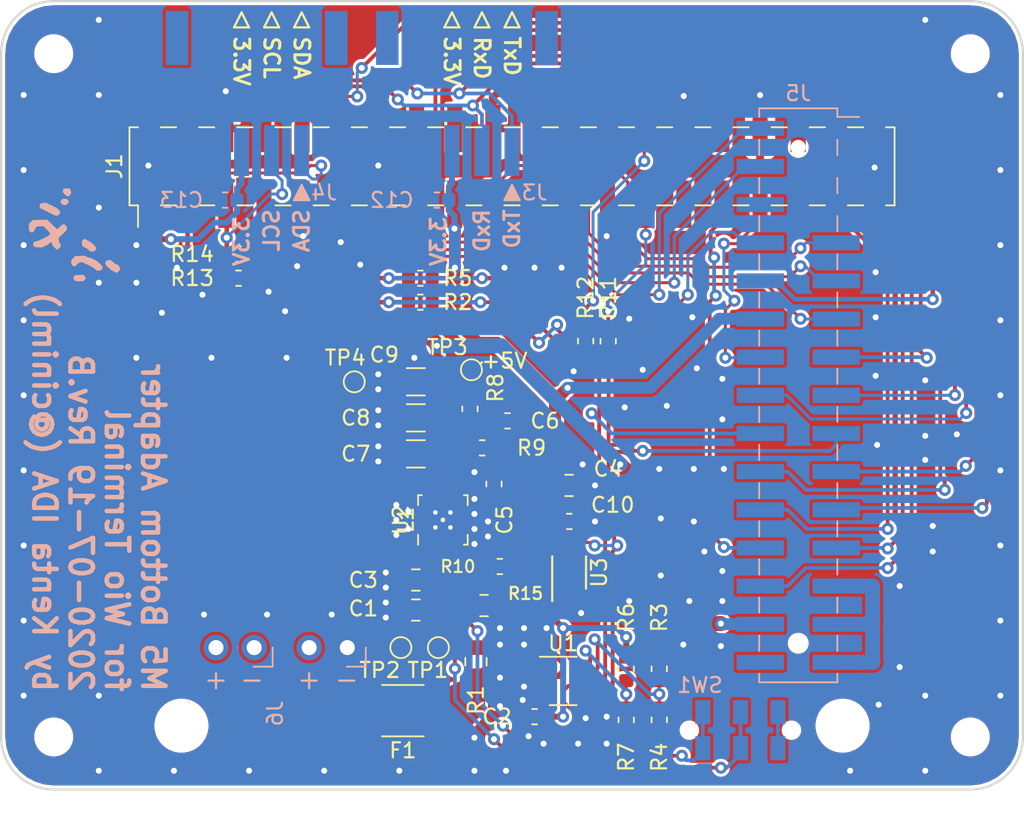
<source format=kicad_pcb>
(kicad_pcb (version 20171130) (host pcbnew 5.1.6-c6e7f7d~86~ubuntu18.04.1)
  (layers (0 F.Cu signal) (31 B.Cu signal) (34 B.Paste user) (35 F.Paste user) (36 B.SilkS user) (37 F.SilkS user) (38 B.Mask user) (39 F.Mask user) (44 Edge.Cuts user))
  (net 0 "")
  (net 1 "Net-(C1-Pad1)")
  (net 2 GND)
  (net 3 +5V)
  (net 4 "Net-(C5-Pad1)")
  (net 5 "Net-(C6-Pad1)")
  (net 6 "Net-(J1-Pad27)")
  (net 7 "Net-(J1-Pad28)")
  (net 8 "Net-(L1-Pad1)")
  (net 9 "Net-(L1-Pad2)")
  (net 10 /SDA)
  (net 11 /A0)
  (net 12 /SCL)
  (net 13 /A1)
  (net 14 "Net-(R10-Pad2)")
  (net 15 +3V3)
  (net 16 "Net-(F1-Pad1)")
  (net 17 "Net-(R15-Pad2)")
  (net 18 "Net-(SW1-Pad1)")
  (net 19 "Net-(F1-Pad2)")
  (net 20 /I2C1_SDA)
  (net 21 /I2C1_SCL)
  (net 22 /TXD)
  (net 23 /RXD)
  (net 24 /DAC0)
  (net 25 /I2S_BCLK)
  (net 26 /A0_D0)
  (net 27 /A1_D1)
  (net 28 /A2_D2)
  (net 29 /SPI_MOSI)
  (net 30 /SPI_MISO)
  (net 31 /SPI_SCK)
  (net 32 /SPI_CS)
  (net 33 /DAC1)
  (net 34 /GPCLK2)
  (net 35 /PWM0)
  (net 36 /PWM1)
  (net 37 /I2S_LRCLK)
  (net 38 /I2S_SDIN)
  (net 39 /I2S_SDOUT)
  (net 40 /HPWR)
  (net 41 "Net-(J2-Pad2)")
  (net 42 "Net-(J1-Pad7)")
  (net 43 "Net-(J1-Pad18)")
  (net 44 "Net-(J1-Pad22)")
  (net 45 "Net-(J1-Pad29)")
  (net 46 "Net-(J1-Pad36)")
  (net 47 "Net-(J1-Pad37)")
  (net 48 /BATTERY)
  (net 49 "Net-(J5-Pad6)")
  (net 50 "Net-(U3-Pad1)")
  (net 51 "Net-(U3-Pad2)")
  (net 52 "Net-(U3-Pad3)")
  (net 53 "Net-(U3-Pad7)")
  (module local:PHS-4AW (layer B.Cu) (at 31 -44.25)
    (fp_text reference J3 (at 4.5 4.5) (layer B.SilkS) (effects (justify mirror)))
    (fp_text value GROVE)
    (pad 1 smd rect (at 3 1.7) (size 1 3.4) (layers B.Cu B.Paste B.Mask) (net 22 /TXD))
    (pad 2 smd rect (at 1 1.7) (size 1 3.4) (layers B.Cu B.Paste B.Mask) (net 23 /RXD))
    (pad 3 smd rect (at -1 1.7) (size 1 3.4) (layers B.Cu B.Paste B.Mask) (net 15 +3V3))
    (pad 4 smd rect (at -3 1.7) (size 1 3.4) (layers B.Cu B.Paste B.Mask) (net 2 GND))
    (pad "" smd rect (at -5.3 -5.8) (size 1.5 3.6) (layers B.Cu B.Paste B.Mask))
    (pad "" smd rect (at 5.3 -5.8) (size 1.5 3.6) (layers B.Cu B.Paste B.Mask))
  )
  (module local:PHS-4AW (layer B.Cu) (at 17 -44.25)
    (fp_text reference J4 (at 4.5 4.5) (layer B.SilkS) (effects (justify mirror)))
    (fp_text value GROVE)
    (pad 1 smd rect (at 3 1.7) (size 1 3.4) (layers B.Cu B.Paste B.Mask) (net 20 /I2C1_SDA))
    (pad 2 smd rect (at 1 1.7) (size 1 3.4) (layers B.Cu B.Paste B.Mask) (net 21 /I2C1_SCL))
    (pad 3 smd rect (at -1 1.7) (size 1 3.4) (layers B.Cu B.Paste B.Mask) (net 15 +3V3))
    (pad 4 smd rect (at -3 1.7) (size 1 3.4) (layers B.Cu B.Paste B.Mask) (net 2 GND))
    (pad "" smd rect (at -5.3 -5.8) (size 1.5 3.6) (layers B.Cu B.Paste B.Mask))
    (pad "" smd rect (at 5.3 -5.8) (size 1.5 3.6) (layers B.Cu B.Paste B.Mask))
  )
  (module local:PinHeader_1x02_P2.54mm_Horizontal (layer B.Cu) (at 14.3 -9.45 270)
    (fp_text reference J2 (at 4.385 2.27 270) (layer B.SilkS) (effects (justify mirror)))
    (fp_text value "Ext. BAT")
    (pad 1 thru_hole circle (at 0 0 270) (size 1.7 1.7) (drill 1) (layers *.Cu *.Mask) (net 19 "Net-(F1-Pad2)"))
    (pad 2 thru_hole oval (at 0 -2.54 270) (size 1.7 1.7) (drill 1) (layers *.Cu *.Mask) (net 41 "Net-(J2-Pad2)"))
  )
  (module local:PinHeader_1x02_P2.54mm_Horizontal (layer B.Cu) (at 20.5 -9.45 270)
    (fp_text reference J6 (at 4.385 2.27 270) (layer B.SilkS) (effects (justify mirror)))
    (fp_text value "Ext. BAT")
    (pad 2 thru_hole oval (at 0 -2.54 270) (size 1.7 1.7) (drill 1) (layers *.Cu *.Mask) (net 2 GND))
    (pad 1 thru_hole circle (at 0 0 270) (size 1.7 1.7) (drill 1) (layers *.Cu *.Mask) (net 41 "Net-(J2-Pad2)"))
  )
  (module Package_SON:Texas_S-PWSON-N10_ThermalVias (layer F.Cu) (at 29.4 -17.95 90)
    (fp_text reference U2 (at 0 -2.8 90) (layer F.SilkS))
    (fp_text value TPS63060)
    (pad 11 smd rect (at -0.6 1.425 90) (size 0.25 0.7) (layers F.Cu F.Paste F.Mask) (net 2 GND))
    (pad 11 smd rect (at 0.6 1.425 90) (size 0.25 0.7) (layers F.Cu F.Paste F.Mask) (net 2 GND))
    (pad 11 smd rect (at -0.6 -1.425 90) (size 0.25 0.7) (layers F.Cu F.Paste F.Mask) (net 2 GND))
    (pad 11 smd rect (at 0.6 -1.425 90) (size 0.25 0.7) (layers F.Cu F.Paste F.Mask) (net 2 GND))
    (pad 1 smd oval (at -1.475 -1 90) (size 0.85 0.28) (layers F.Cu F.Paste F.Mask) (net 8 "Net-(L1-Pad1)"))
    (pad 2 smd oval (at -1.475 -0.5 90) (size 0.85 0.28) (layers F.Cu F.Paste F.Mask) (net 1 "Net-(C1-Pad1)"))
    (pad 3 smd rect (at -1.76 0 90) (size 0.28 0.28) (layers F.Cu F.Paste F.Mask) (net 17 "Net-(R15-Pad2)"))
    (pad 4 smd oval (at -1.475 0.5 90) (size 0.85 0.28) (layers F.Cu F.Paste F.Mask) (net 2 GND))
    (pad 5 smd rect (at -1.76 1 90) (size 0.28 0.28) (layers F.Cu F.Paste F.Mask) (net 14 "Net-(R10-Pad2)"))
    (pad 6 smd oval (at 1.475 1 90) (size 0.85 0.28) (layers F.Cu F.Paste F.Mask) (net 4 "Net-(C5-Pad1)"))
    (pad 7 smd oval (at 1.475 0.5 90) (size 0.85 0.28) (layers F.Cu F.Paste F.Mask) (net 2 GND))
    (pad 8 smd rect (at 1.76 0 90) (size 0.28 0.28) (layers F.Cu F.Paste F.Mask) (net 5 "Net-(C6-Pad1)"))
    (pad 9 smd rect (at 1.76 -0.5 90) (size 0.28 0.28) (layers F.Cu F.Paste F.Mask) (net 3 +5V))
    (pad 10 smd rect (at 1.76 -1 90) (size 0.28 0.28) (layers F.Cu F.Paste F.Mask) (net 9 "Net-(L1-Pad2)"))
    (pad 11 thru_hole circle (at 0 0 90) (size 0.6 0.6) (drill 0.3) (layers *.Cu *.Mask) (net 2 GND))
    (pad 11 thru_hole circle (at -0.5 -0.5 90) (size 0.6 0.6) (drill 0.3) (layers *.Cu *.Mask) (net 2 GND))
    (pad 11 thru_hole circle (at 0.5 -0.5 90) (size 0.6 0.6) (drill 0.3) (layers *.Cu *.Mask) (net 2 GND))
    (pad 11 thru_hole circle (at -0.5 0.5 90) (size 0.6 0.6) (drill 0.3) (layers *.Cu *.Mask) (net 2 GND))
    (pad 11 thru_hole circle (at 0.5 0.5 90) (size 0.6 0.6) (drill 0.3) (layers *.Cu *.Mask) (net 2 GND))
    (pad 11 smd rect (at -0.2 -1.425 90) (size 0.25 0.7) (layers F.Cu F.Paste F.Mask) (net 2 GND))
    (pad 11 smd rect (at 0.2 -1.425 90) (size 0.25 0.7) (layers F.Cu F.Paste F.Mask) (net 2 GND))
    (pad 11 smd rect (at -0.2 1.425 90) (size 0.25 0.7) (layers F.Cu F.Paste F.Mask) (net 2 GND))
    (pad 11 smd rect (at 0.2 1.425 90) (size 0.25 0.7) (layers F.Cu F.Paste F.Mask) (net 2 GND))
    (pad 11 smd rect (at 0 0 90) (size 1.7 2.15) (layers F.Cu F.Mask) (net 2 GND))
    (pad 1 smd rect (at -1.76 -1 90) (size 0.28 0.28) (layers F.Cu F.Paste F.Mask) (net 8 "Net-(L1-Pad1)"))
    (pad 2 smd rect (at -1.76 -0.5 90) (size 0.28 0.28) (layers F.Cu F.Paste F.Mask) (net 1 "Net-(C1-Pad1)"))
    (pad 3 smd oval (at -1.475 0 90) (size 0.85 0.28) (layers F.Cu F.Paste F.Mask) (net 17 "Net-(R15-Pad2)"))
    (pad 4 smd rect (at -1.76 0.5 90) (size 0.28 0.28) (layers F.Cu F.Paste F.Mask) (net 2 GND))
    (pad 5 smd oval (at -1.475 1 90) (size 0.85 0.28) (layers F.Cu F.Paste F.Mask) (net 14 "Net-(R10-Pad2)"))
    (pad 6 smd rect (at 1.76 1 90) (size 0.28 0.28) (layers F.Cu F.Paste F.Mask) (net 4 "Net-(C5-Pad1)"))
    (pad 7 smd rect (at 1.76 0.5 90) (size 0.28 0.28) (layers F.Cu F.Paste F.Mask) (net 2 GND))
    (pad 8 smd oval (at 1.475 0 90) (size 0.85 0.28) (layers F.Cu F.Paste F.Mask) (net 5 "Net-(C6-Pad1)"))
    (pad 9 smd oval (at 1.475 -0.5 90) (size 0.85 0.28) (layers F.Cu F.Paste F.Mask) (net 3 +5V))
    (pad 10 smd oval (at 1.475 -1 90) (size 0.85 0.28) (layers F.Cu F.Paste F.Mask) (net 9 "Net-(L1-Pad2)"))
    (pad 11 smd rect (at -0.001 0 90) (size 2.3 2.3) (layers B.Cu) (net 2 GND))
    (pad 11 smd rect (at -0.435 -0.56 90) (size 0.65 0.9) (layers F.Cu F.Paste F.Mask) (net 2 GND))
    (pad 11 smd rect (at 0.435 0.56 90) (size 0.65 0.9) (layers F.Cu F.Paste F.Mask) (net 2 GND))
    (pad 11 smd rect (at -0.435 0.56 90) (size 0.65 0.9) (layers F.Cu F.Paste F.Mask) (net 2 GND))
    (pad 11 smd rect (at 0.435 -0.56 90) (size 0.65 0.9) (layers F.Cu F.Paste F.Mask) (net 2 GND))
    (pad 11 smd rect (at -0.6 -1.425 90) (size 0.23 0.6) (layers F.Cu F.Paste F.Mask) (net 2 GND))
    (pad 11 smd rect (at -0.2 -1.425 90) (size 0.23 0.6) (layers F.Cu F.Paste F.Mask) (net 2 GND))
    (pad 11 smd rect (at 0.2 -1.425 90) (size 0.23 0.6) (layers F.Cu F.Paste F.Mask) (net 2 GND))
    (pad 11 smd rect (at 0.6 -1.425 90) (size 0.23 0.6) (layers F.Cu F.Paste F.Mask) (net 2 GND))
    (pad 11 smd rect (at -0.6 1.425 90) (size 0.23 0.6) (layers F.Cu F.Paste F.Mask) (net 2 GND))
    (pad 11 smd rect (at -0.2 1.425 90) (size 0.23 0.6) (layers F.Cu F.Paste F.Mask) (net 2 GND))
    (pad 11 smd rect (at 0.2 1.425 90) (size 0.23 0.6) (layers F.Cu F.Paste F.Mask) (net 2 GND))
    (pad 11 smd rect (at 0.6 1.425 90) (size 0.23 0.6) (layers F.Cu F.Paste F.Mask) (net 2 GND))
  )
  (module Capacitor_SMD:C_0805_2012Metric (layer F.Cu) (at 27.6 -11.95 180)
    (fp_text reference C1 (at 3.5 0.1 180) (layer F.SilkS))
    (fp_text value 10u)
    (pad 1 smd roundrect (at -0.9375 0 180) (size 0.975 1.4) (layers F.Cu F.Paste F.Mask) (net 1 "Net-(C1-Pad1)"))
    (pad 2 smd roundrect (at 0.9375 0 180) (size 0.975 1.4) (layers F.Cu F.Paste F.Mask) (net 2 GND))
  )
  (module Capacitor_SMD:C_0603_1608Metric (layer F.Cu) (at 35.5 -4.85 180)
    (fp_text reference C2 (at 2.5 0 180) (layer F.SilkS))
    (fp_text value 100n)
    (pad 1 smd roundrect (at -0.7875 0 180) (size 0.875 0.95) (layers F.Cu F.Paste F.Mask) (net 15 +3V3))
    (pad 2 smd roundrect (at 0.7875 0 180) (size 0.875 0.95) (layers F.Cu F.Paste F.Mask) (net 2 GND))
  )
  (module Capacitor_SMD:C_0805_2012Metric (layer F.Cu) (at 27.6 -13.95 180)
    (fp_text reference C3 (at 3.5 0 180) (layer F.SilkS))
    (fp_text value 10u)
    (pad 2 smd roundrect (at 0.9375 0 180) (size 0.975 1.4) (layers F.Cu F.Paste F.Mask) (net 2 GND))
    (pad 1 smd roundrect (at -0.9375 0 180) (size 0.975 1.4) (layers F.Cu F.Paste F.Mask) (net 1 "Net-(C1-Pad1)"))
  )
  (module Capacitor_SMD:C_0805_2012Metric (layer F.Cu) (at 37.8 -20.25)
    (fp_text reference C4 (at 2.6 -1.1) (layer F.SilkS))
    (fp_text value 10u)
    (pad 1 smd roundrect (at -0.9375 0) (size 0.975 1.4) (layers F.Cu F.Paste F.Mask) (net 15 +3V3))
    (pad 2 smd roundrect (at 0.9375 0) (size 0.975 1.4) (layers F.Cu F.Paste F.Mask) (net 2 GND))
  )
  (module Capacitor_SMD:C_0603_1608Metric (layer F.Cu) (at 32.8 -20.35 90)
    (fp_text reference C5 (at -2.4 0.7 90) (layer F.SilkS))
    (fp_text value 100n)
    (pad 2 smd roundrect (at 0.7875 0 90) (size 0.875 0.95) (layers F.Cu F.Paste F.Mask) (net 2 GND))
    (pad 1 smd roundrect (at -0.7875 0 90) (size 0.875 0.95) (layers F.Cu F.Paste F.Mask) (net 4 "Net-(C5-Pad1)"))
  )
  (module Capacitor_SMD:C_0603_1608Metric (layer F.Cu) (at 33.7 -24.55)
    (fp_text reference C6 (at 2.5 0) (layer F.SilkS))
    (fp_text value 10p)
    (pad 2 smd roundrect (at 0.7875 0) (size 0.875 0.95) (layers F.Cu F.Paste F.Mask) (net 2 GND))
    (pad 1 smd roundrect (at -0.7875 0) (size 0.875 0.95) (layers F.Cu F.Paste F.Mask) (net 5 "Net-(C6-Pad1)"))
  )
  (module Capacitor_SMD:C_1206_3216Metric (layer F.Cu) (at 27.6 -22.35 180)
    (fp_text reference C7 (at 4 0 180) (layer F.SilkS))
    (fp_text value 22u)
    (pad 1 smd roundrect (at -1.4 0 180) (size 1.25 1.75) (layers F.Cu F.Paste F.Mask) (roundrect_rratio 0.2) (net 3 +5V))
    (pad 2 smd roundrect (at 1.4 0 180) (size 1.25 1.75) (layers F.Cu F.Paste F.Mask) (roundrect_rratio 0.2) (net 2 GND))
  )
  (module Capacitor_SMD:C_1206_3216Metric (layer F.Cu) (at 27.6 -24.75 180)
    (fp_text reference C8 (at 4 0 180) (layer F.SilkS))
    (fp_text value 22u)
    (pad 2 smd roundrect (at 1.4 0 180) (size 1.25 1.75) (layers F.Cu F.Paste F.Mask) (roundrect_rratio 0.2) (net 2 GND))
    (pad 1 smd roundrect (at -1.4 0 180) (size 1.25 1.75) (layers F.Cu F.Paste F.Mask) (roundrect_rratio 0.2) (net 3 +5V))
  )
  (module Capacitor_SMD:C_1206_3216Metric (layer F.Cu) (at 27.6 -27.15 180)
    (fp_text reference C9 (at 2.1 1.8 180) (layer F.SilkS))
    (fp_text value 22u)
    (pad 1 smd roundrect (at -1.4 0 180) (size 1.25 1.75) (layers F.Cu F.Paste F.Mask) (roundrect_rratio 0.2) (net 3 +5V))
    (pad 2 smd roundrect (at 1.4 0 180) (size 1.25 1.75) (layers F.Cu F.Paste F.Mask) (roundrect_rratio 0.2) (net 2 GND))
  )
  (module local:logo (layer B.Cu) (at 4.9 -36.95 90)
    (fp_text reference LOGO1 hide)
    (fp_text value Logo_Open_Hardware_Small hide)
  )
  (module Resistor_SMD:R_0805_2012Metric (layer F.Cu) (at 31.6 -8.5125 270)
    (fp_text reference R1 (at 2.5625 0 270) (layer F.SilkS))
    (fp_text value 0.04)
    (pad 1 smd roundrect (at -0.9375 0 270) (size 0.975 1.4) (layers F.Cu F.Paste F.Mask) (net 1 "Net-(C1-Pad1)"))
    (pad 2 smd roundrect (at 0.9375 0 270) (size 0.975 1.4) (layers F.Cu F.Paste F.Mask) (net 16 "Net-(F1-Pad1)"))
  )
  (module Resistor_SMD:R_0603_1608Metric (layer F.Cu) (at 27.9 -32.45 180)
    (fp_text reference R2 (at -2.4875 0 180) (layer F.SilkS))
    (fp_text value 4.7k)
    (pad 1 smd roundrect (at -0.7875 0 180) (size 0.875 0.95) (layers F.Cu F.Paste F.Mask) (net 15 +3V3))
    (pad 2 smd roundrect (at 0.7875 0 180) (size 0.875 0.95) (layers F.Cu F.Paste F.Mask) (net 10 /SDA))
  )
  (module Resistor_SMD:R_0603_1608Metric (layer F.Cu) (at 43.8 -8.0375 270)
    (fp_text reference R3 (at -3.4125 0 270) (layer F.SilkS))
    (fp_text value 0)
    (pad 2 smd roundrect (at 0.7875 0 270) (size 0.875 0.95) (layers F.Cu F.Paste F.Mask) (net 11 /A0))
    (pad 1 smd roundrect (at -0.7875 0 270) (size 0.875 0.95) (layers F.Cu F.Paste F.Mask) (net 15 +3V3))
  )
  (module Resistor_SMD:R_0603_1608Metric (layer F.Cu) (at 43.8 -4.6375 270)
    (fp_text reference R4 (at 2.4875 0 270) (layer F.SilkS))
    (fp_text value DNP)
    (pad 1 smd roundrect (at -0.7875 0 270) (size 0.875 0.95) (layers F.Cu F.Paste F.Mask) (net 11 /A0))
    (pad 2 smd roundrect (at 0.7875 0 270) (size 0.875 0.95) (layers F.Cu F.Paste F.Mask) (net 2 GND))
  )
  (module Resistor_SMD:R_0603_1608Metric (layer F.Cu) (at 27.9 -34.05 180)
    (fp_text reference R5 (at -2.4875 0 180) (layer F.SilkS))
    (fp_text value 4.7k)
    (pad 1 smd roundrect (at -0.7875 0 180) (size 0.875 0.95) (layers F.Cu F.Paste F.Mask) (net 15 +3V3))
    (pad 2 smd roundrect (at 0.7875 0 180) (size 0.875 0.95) (layers F.Cu F.Paste F.Mask) (net 12 /SCL))
  )
  (module Resistor_SMD:R_0603_1608Metric (layer F.Cu) (at 41.6 -8.0375 270)
    (fp_text reference R6 (at -3.4125 0 270) (layer F.SilkS))
    (fp_text value 0)
    (pad 2 smd roundrect (at 0.7875 0 270) (size 0.875 0.95) (layers F.Cu F.Paste F.Mask) (net 13 /A1))
    (pad 1 smd roundrect (at -0.7875 0 270) (size 0.875 0.95) (layers F.Cu F.Paste F.Mask) (net 15 +3V3))
  )
  (module Resistor_SMD:R_0603_1608Metric (layer F.Cu) (at 41.6 -4.6375 270)
    (fp_text reference R7 (at 2.4875 0 270) (layer F.SilkS))
    (fp_text value DNP)
    (pad 1 smd roundrect (at -0.7875 0 270) (size 0.875 0.95) (layers F.Cu F.Paste F.Mask) (net 13 /A1))
    (pad 2 smd roundrect (at 0.7875 0 270) (size 0.875 0.95) (layers F.Cu F.Paste F.Mask) (net 2 GND))
  )
  (module Resistor_SMD:R_0603_1608Metric (layer F.Cu) (at 31.2 -25.35 270)
    (fp_text reference R8 (at -1.4 -1.7 270) (layer F.SilkS))
    (fp_text value 1M)
    (pad 2 smd roundrect (at 0.7875 0 270) (size 0.875 0.95) (layers F.Cu F.Paste F.Mask) (net 5 "Net-(C6-Pad1)"))
    (pad 1 smd roundrect (at -0.7875 0 270) (size 0.875 0.95) (layers F.Cu F.Paste F.Mask) (net 3 +5V))
  )
  (module Resistor_SMD:R_0603_1608Metric (layer F.Cu) (at 32.0125 -22.75)
    (fp_text reference R9 (at 3.2875 0) (layer F.SilkS))
    (fp_text value 111k)
    (pad 1 smd roundrect (at -0.7875 0) (size 0.875 0.95) (layers F.Cu F.Paste F.Mask) (net 5 "Net-(C6-Pad1)"))
    (pad 2 smd roundrect (at 0.7875 0) (size 0.875 0.95) (layers F.Cu F.Paste F.Mask) (net 2 GND))
  )
  (module Resistor_SMD:R_0603_1608Metric (layer F.Cu) (at 33.1875 -14.85 180)
    (fp_text reference R10 (at 2.7875 0 180) (layer F.SilkS) (effects (font (size 0.8 0.8) (thickness 0.14))))
    (fp_text value 1M)
    (pad 1 smd roundrect (at -0.7875 0 180) (size 0.875 0.95) (layers F.Cu F.Paste F.Mask) (net 3 +5V))
    (pad 2 smd roundrect (at 0.7875 0 180) (size 0.875 0.95) (layers F.Cu F.Paste F.Mask) (net 14 "Net-(R10-Pad2)"))
  )
  (module Resistor_SMD:R_0603_1608Metric (layer F.Cu) (at 40.4 -29.85 90)
    (fp_text reference R11 (at 2.8875 0 90) (layer F.SilkS))
    (fp_text value 0)
    (pad 2 smd roundrect (at 0.7875 0 90) (size 0.875 0.95) (layers F.Cu F.Paste F.Mask) (net 6 "Net-(J1-Pad27)"))
    (pad 1 smd roundrect (at -0.7875 0 90) (size 0.875 0.95) (layers F.Cu F.Paste F.Mask) (net 10 /SDA))
  )
  (module Resistor_SMD:R_0603_1608Metric (layer F.Cu) (at 38.9 -29.8625 90)
    (fp_text reference R12 (at 2.8875 0 90) (layer F.SilkS))
    (fp_text value 0)
    (pad 2 smd roundrect (at 0.7875 0 90) (size 0.875 0.95) (layers F.Cu F.Paste F.Mask) (net 7 "Net-(J1-Pad28)"))
    (pad 1 smd roundrect (at -0.7875 0 90) (size 0.875 0.95) (layers F.Cu F.Paste F.Mask) (net 12 /SCL))
  )
  (module Resistor_SMD:R_0603_1608Metric (layer F.Cu) (at 15.8 -34.05 180)
    (fp_text reference R13 (at 3.0875 0 180) (layer F.SilkS))
    (fp_text value DNP)
    (pad 2 smd roundrect (at 0.7875 0 180) (size 0.875 0.95) (layers F.Cu F.Paste F.Mask) (net 20 /I2C1_SDA))
    (pad 1 smd roundrect (at -0.7875 0 180) (size 0.875 0.95) (layers F.Cu F.Paste F.Mask) (net 10 /SDA))
  )
  (module Resistor_SMD:R_0603_1608Metric (layer F.Cu) (at 15.8 -35.65 180)
    (fp_text reference R14 (at 3.0875 0 180) (layer F.SilkS))
    (fp_text value DNP)
    (pad 1 smd roundrect (at -0.7875 0 180) (size 0.875 0.95) (layers F.Cu F.Paste F.Mask) (net 12 /SCL))
    (pad 2 smd roundrect (at 0.7875 0 180) (size 0.875 0.95) (layers F.Cu F.Paste F.Mask) (net 21 /I2C1_SCL))
  )
  (module TestPoint:TestPoint_Pad_D1.0mm (layer F.Cu) (at 29.1 -9.45 90)
    (fp_text reference TP1 (at -1.5 -0.7 180) (layer F.SilkS))
    (fp_text value BAT)
    (pad 1 smd circle (at 0 0 90) (size 1 1) (layers F.Cu F.Mask) (net 1 "Net-(C1-Pad1)"))
  )
  (module TestPoint:TestPoint_Pad_D1.0mm (layer F.Cu) (at 26.6 -9.45 90)
    (fp_text reference TP2 (at -1.5 -1.4 180) (layer F.SilkS))
    (fp_text value BAT-GND)
    (pad 1 smd circle (at 0 0 90) (size 1 1) (layers F.Cu F.Mask) (net 2 GND))
  )
  (module TestPoint:TestPoint_Pad_D1.0mm (layer F.Cu) (at 31.3 -27.95 90)
    (fp_text reference TP3 (at 1.5 -1.6 180) (layer F.SilkS))
    (fp_text value +5V)
    (pad 1 smd circle (at 0 0 90) (size 1 1) (layers F.Cu F.Mask) (net 3 +5V))
  )
  (module TestPoint:TestPoint_Pad_D1.0mm (layer F.Cu) (at 23.5 -27.15 90)
    (fp_text reference TP4 (at 1.6 -0.6 180) (layer F.SilkS))
    (fp_text value +5V-GND)
    (pad 1 smd circle (at 0 0 90) (size 1 1) (layers F.Cu F.Mask) (net 2 GND))
  )
  (module Package_TO_SOT_SMD:SOT-23-8 (layer F.Cu) (at 37.4 -7.23)
    (fp_text reference U1 (at 0 -2.5 180) (layer F.SilkS))
    (fp_text value INA219AIDCN)
    (pad 1 smd rect (at -1.1 -0.98) (size 1.06 0.4) (layers F.Cu F.Paste F.Mask) (net 16 "Net-(F1-Pad1)"))
    (pad 2 smd rect (at -1.1 -0.33) (size 1.06 0.4) (layers F.Cu F.Paste F.Mask) (net 1 "Net-(C1-Pad1)"))
    (pad 3 smd rect (at -1.1 0.33) (size 1.06 0.4) (layers F.Cu F.Paste F.Mask) (net 2 GND))
    (pad 4 smd rect (at -1.1 0.98) (size 1.06 0.4) (layers F.Cu F.Paste F.Mask) (net 15 +3V3))
    (pad 5 smd rect (at 1.1 0.98) (size 1.06 0.4) (layers F.Cu F.Paste F.Mask) (net 12 /SCL))
    (pad 6 smd rect (at 1.1 0.33) (size 1.06 0.4) (layers F.Cu F.Paste F.Mask) (net 10 /SDA))
    (pad 7 smd rect (at 1.1 -0.33) (size 1.06 0.4) (layers F.Cu F.Paste F.Mask) (net 11 /A0))
    (pad 8 smd rect (at 1.1 -0.98) (size 1.06 0.4) (layers F.Cu F.Paste F.Mask) (net 13 /A1))
  )
  (module Fuse:Fuse_1812_4532Metric (layer F.Cu) (at 26.7375 -5.25 180)
    (fp_text reference F1 (at 0 -2.65 180) (layer F.SilkS))
    (fp_text value 1A)
    (pad 1 smd roundrect (at -2.1375 0 180) (size 1.125 3.4) (layers F.Cu F.Paste F.Mask) (roundrect_rratio 0.222222) (net 16 "Net-(F1-Pad1)"))
    (pad 2 smd roundrect (at 2.1375 0 180) (size 1.125 3.4) (layers F.Cu F.Paste F.Mask) (roundrect_rratio 0.222222) (net 19 "Net-(F1-Pad2)"))
  )
  (module Resistor_SMD:R_0805_2012Metric (layer F.Cu) (at 32.1375 -12.25 180)
    (fp_text reference R15 (at -2.7625 0.8 180) (layer F.SilkS) (effects (font (size 0.8 0.8))))
    (fp_text value 100k)
    (pad 1 smd roundrect (at -0.9375 0 180) (size 0.975 1.4) (layers F.Cu F.Paste F.Mask) (net 2 GND))
    (pad 2 smd roundrect (at 0.9375 0 180) (size 0.975 1.4) (layers F.Cu F.Paste F.Mask) (net 17 "Net-(R15-Pad2)"))
  )
  (module Package_DFN_QFN:DFN-8-1EP_3x2mm_P0.5mm_EP1.3x1.5mm (layer F.Cu) (at 37.8 -14.45 90)
    (fp_text reference U3 (at 0 2 90) (layer F.SilkS))
    (fp_text value ATECC608A)
    (pad 1 smd rect (at -1.45 -0.75 90) (size 0.75 0.3) (layers F.Cu F.Paste F.Mask) (net 50 "Net-(U3-Pad1)"))
    (pad 2 smd rect (at -1.45 -0.25 90) (size 0.75 0.3) (layers F.Cu F.Paste F.Mask) (net 51 "Net-(U3-Pad2)"))
    (pad 3 smd rect (at -1.45 0.25 90) (size 0.75 0.3) (layers F.Cu F.Paste F.Mask) (net 52 "Net-(U3-Pad3)"))
    (pad 4 smd rect (at -1.45 0.75 90) (size 0.75 0.3) (layers F.Cu F.Paste F.Mask) (net 2 GND))
    (pad 5 smd rect (at 1.45 0.75 90) (size 0.75 0.3) (layers F.Cu F.Paste F.Mask) (net 10 /SDA))
    (pad 6 smd rect (at 1.45 0.25 90) (size 0.75 0.3) (layers F.Cu F.Paste F.Mask) (net 12 /SCL))
    (pad 7 smd rect (at 1.45 -0.25 90) (size 0.75 0.3) (layers F.Cu F.Paste F.Mask) (net 53 "Net-(U3-Pad7)"))
    (pad 8 smd rect (at 1.45 -0.75 90) (size 0.75 0.3) (layers F.Cu F.Paste F.Mask) (net 15 +3V3))
    (pad 9 smd rect (at 0 0 90) (size 1.3 1.5) (layers F.Cu F.Mask))
  )
  (module Connector_PinHeader_2.54mm:PinHeader_2x20_P2.54mm_Vertical_SMD (layer F.Cu) (at 34 -41.5 90)
    (fp_text reference J1 (at 0 -26.46 90) (layer F.SilkS))
    (fp_text value Raspberry_Pi_2_3)
    (pad 1 smd rect (at -2.525 -24.13 90) (size 3.15 1) (layers F.Cu F.Paste F.Mask) (net 15 +3V3))
    (pad 2 smd rect (at 2.525 -24.13 90) (size 3.15 1) (layers F.Cu F.Paste F.Mask) (net 3 +5V))
    (pad 3 smd rect (at -2.525 -21.59 90) (size 3.15 1) (layers F.Cu F.Paste F.Mask) (net 20 /I2C1_SDA))
    (pad 4 smd rect (at 2.525 -21.59 90) (size 3.15 1) (layers F.Cu F.Paste F.Mask) (net 3 +5V))
    (pad 5 smd rect (at -2.525 -19.05 90) (size 3.15 1) (layers F.Cu F.Paste F.Mask) (net 21 /I2C1_SCL))
    (pad 6 smd rect (at 2.525 -19.05 90) (size 3.15 1) (layers F.Cu F.Paste F.Mask) (net 2 GND))
    (pad 7 smd rect (at -2.525 -16.51 90) (size 3.15 1) (layers F.Cu F.Paste F.Mask) (net 42 "Net-(J1-Pad7)"))
    (pad 8 smd rect (at 2.525 -16.51 90) (size 3.15 1) (layers F.Cu F.Paste F.Mask) (net 22 /TXD))
    (pad 9 smd rect (at -2.525 -13.97 90) (size 3.15 1) (layers F.Cu F.Paste F.Mask) (net 2 GND))
    (pad 10 smd rect (at 2.525 -13.97 90) (size 3.15 1) (layers F.Cu F.Paste F.Mask) (net 23 /RXD))
    (pad 11 smd rect (at -2.525 -11.43 90) (size 3.15 1) (layers F.Cu F.Paste F.Mask) (net 24 /DAC0))
    (pad 12 smd rect (at 2.525 -11.43 90) (size 3.15 1) (layers F.Cu F.Paste F.Mask) (net 25 /I2S_BCLK))
    (pad 13 smd rect (at -2.525 -8.89 90) (size 3.15 1) (layers F.Cu F.Paste F.Mask) (net 26 /A0_D0))
    (pad 14 smd rect (at 2.525 -8.89 90) (size 3.15 1) (layers F.Cu F.Paste F.Mask) (net 2 GND))
    (pad 15 smd rect (at -2.525 -6.35 90) (size 3.15 1) (layers F.Cu F.Paste F.Mask) (net 27 /A1_D1))
    (pad 16 smd rect (at 2.525 -6.35 90) (size 3.15 1) (layers F.Cu F.Paste F.Mask) (net 28 /A2_D2))
    (pad 17 smd rect (at -2.525 -3.81 90) (size 3.15 1) (layers F.Cu F.Paste F.Mask) (net 15 +3V3))
    (pad 18 smd rect (at 2.525 -3.81 90) (size 3.15 1) (layers F.Cu F.Paste F.Mask) (net 43 "Net-(J1-Pad18)"))
    (pad 19 smd rect (at -2.525 -1.27 90) (size 3.15 1) (layers F.Cu F.Paste F.Mask) (net 29 /SPI_MOSI))
    (pad 20 smd rect (at 2.525 -1.27 90) (size 3.15 1) (layers F.Cu F.Paste F.Mask) (net 2 GND))
    (pad 21 smd rect (at -2.525 1.27 90) (size 3.15 1) (layers F.Cu F.Paste F.Mask) (net 30 /SPI_MISO))
    (pad 22 smd rect (at 2.525 1.27 90) (size 3.15 1) (layers F.Cu F.Paste F.Mask) (net 44 "Net-(J1-Pad22)"))
    (pad 23 smd rect (at -2.525 3.81 90) (size 3.15 1) (layers F.Cu F.Paste F.Mask) (net 31 /SPI_SCK))
    (pad 24 smd rect (at 2.525 3.81 90) (size 3.15 1) (layers F.Cu F.Paste F.Mask) (net 32 /SPI_CS))
    (pad 25 smd rect (at -2.525 6.35 90) (size 3.15 1) (layers F.Cu F.Paste F.Mask) (net 2 GND))
    (pad 26 smd rect (at 2.525 6.35 90) (size 3.15 1) (layers F.Cu F.Paste F.Mask) (net 33 /DAC1))
    (pad 27 smd rect (at -2.525 8.89 90) (size 3.15 1) (layers F.Cu F.Paste F.Mask) (net 6 "Net-(J1-Pad27)"))
    (pad 28 smd rect (at 2.525 8.89 90) (size 3.15 1) (layers F.Cu F.Paste F.Mask) (net 7 "Net-(J1-Pad28)"))
    (pad 29 smd rect (at -2.525 11.43 90) (size 3.15 1) (layers F.Cu F.Paste F.Mask) (net 45 "Net-(J1-Pad29)"))
    (pad 30 smd rect (at 2.525 11.43 90) (size 3.15 1) (layers F.Cu F.Paste F.Mask) (net 2 GND))
    (pad 31 smd rect (at -2.525 13.97 90) (size 3.15 1) (layers F.Cu F.Paste F.Mask) (net 34 /GPCLK2))
    (pad 32 smd rect (at 2.525 13.97 90) (size 3.15 1) (layers F.Cu F.Paste F.Mask) (net 35 /PWM0))
    (pad 33 smd rect (at -2.525 16.51 90) (size 3.15 1) (layers F.Cu F.Paste F.Mask) (net 36 /PWM1))
    (pad 34 smd rect (at 2.525 16.51 90) (size 3.15 1) (layers F.Cu F.Paste F.Mask) (net 2 GND))
    (pad 35 smd rect (at -2.525 19.05 90) (size 3.15 1) (layers F.Cu F.Paste F.Mask) (net 37 /I2S_LRCLK))
    (pad 36 smd rect (at 2.525 19.05 90) (size 3.15 1) (layers F.Cu F.Paste F.Mask) (net 46 "Net-(J1-Pad36)"))
    (pad 37 smd rect (at -2.525 21.59 90) (size 3.15 1) (layers F.Cu F.Paste F.Mask) (net 47 "Net-(J1-Pad37)"))
    (pad 38 smd rect (at 2.525 21.59 90) (size 3.15 1) (layers F.Cu F.Paste F.Mask) (net 38 /I2S_SDIN))
    (pad 39 smd rect (at -2.525 24.13 90) (size 3.15 1) (layers F.Cu F.Paste F.Mask) (net 2 GND))
    (pad 40 smd rect (at 2.525 24.13 90) (size 3.15 1) (layers F.Cu F.Paste F.Mask) (net 39 /I2S_SDOUT))
  )
  (module local:JS102011JAQN (layer B.Cu) (at 49.2 -3.95 180)
    (fp_text reference SW1 (at 2.7 3 180) (layer B.SilkS) (effects (justify mirror)))
    (fp_text value JS102011JAQN)
    (pad "" np_thru_hole circle (at -3.4 0 180) (size 0.9 0.9) (drill 0.9) (layers *.Cu *.Mask))
    (pad "" np_thru_hole circle (at 3.4 0 180) (size 0.9 0.9) (drill 0.9) (layers *.Cu *.Mask))
    (pad 1 smd rect (at -2.5 1.2 180) (size 1 1.6) (layers B.Cu B.Paste B.Mask) (net 18 "Net-(SW1-Pad1)"))
    (pad 2 smd rect (at 0 1.2 180) (size 1 1.6) (layers B.Cu B.Paste B.Mask) (net 1 "Net-(C1-Pad1)"))
    (pad 3 smd rect (at 2.5 1.2 180) (size 1 1.6) (layers B.Cu B.Paste B.Mask) (net 17 "Net-(R15-Pad2)"))
    (pad 3 smd rect (at 2.5 -1.2 180) (size 1 1.6) (layers B.Cu B.Paste B.Mask) (net 17 "Net-(R15-Pad2)"))
    (pad 1 smd rect (at -2.5 -1.2 180) (size 1 1.6) (layers B.Cu B.Paste B.Mask) (net 18 "Net-(SW1-Pad1)"))
    (pad 2 smd rect (at 0 -1.2 180) (size 1 1.6) (layers B.Cu B.Paste B.Mask) (net 1 "Net-(C1-Pad1)"))
  )
  (module local:74438323010 (layer F.Cu) (at 24.4 -17.95 90)
    (fp_text reference L1 (at 0 2.54 90) (layer F.SilkS))
    (fp_text value "1u, 2.5A")
    (pad 1 smd rect (at -0.975 0 90) (size 0.85 2.3) (layers F.Cu F.Paste F.Mask) (net 8 "Net-(L1-Pad1)"))
    (pad 2 smd rect (at 0.975 0 90) (size 0.85 2.3) (layers F.Cu F.Paste F.Mask) (net 9 "Net-(L1-Pad2)"))
  )
  (module Capacitor_SMD:C_0603_1608Metric (layer B.Cu) (at 29 -39.25 180)
    (fp_text reference C12 (at 3 0 180) (layer B.SilkS) (effects (justify mirror)))
    (fp_text value 1u)
    (pad 2 smd roundrect (at 0.7875 0 180) (size 0.875 0.95) (layers B.Cu B.Paste B.Mask) (net 2 GND))
    (pad 1 smd roundrect (at -0.7875 0 180) (size 0.875 0.95) (layers B.Cu B.Paste B.Mask) (net 15 +3V3))
  )
  (module Capacitor_SMD:C_0603_1608Metric (layer B.Cu) (at 14.9125 -39.25 180)
    (fp_text reference C13 (at 2.9125 0 180) (layer B.SilkS) (effects (justify mirror)))
    (fp_text value 1u)
    (pad 1 smd roundrect (at -0.7875 0 180) (size 0.875 0.95) (layers B.Cu B.Paste B.Mask) (net 15 +3V3))
    (pad 2 smd roundrect (at 0.7875 0 180) (size 0.875 0.95) (layers B.Cu B.Paste B.Mask) (net 2 GND))
  )
  (module Capacitor_SMD:C_0603_1608Metric (layer F.Cu) (at 37.8125 -17.85)
    (fp_text reference C10 (at 2.8875 -1.1) (layer F.SilkS))
    (fp_text value 100n)
    (pad 1 smd roundrect (at -0.7875 0) (size 0.875 0.95) (layers F.Cu F.Paste F.Mask) (net 15 +3V3))
    (pad 2 smd roundrect (at 0.7875 0) (size 0.875 0.95) (layers F.Cu F.Paste F.Mask) (net 2 GND))
  )
  (module local:MBUS_Socket (layer B.Cu) (at 53.05 -26.25 180)
    (fp_text reference J5 (at 0 20.11 180) (layer B.SilkS) (effects (justify mirror)))
    (fp_text value MBUS_BOTTOM)
    (pad 30 smd rect (at 2.525 -17.78 180) (size 3.15 1) (layers B.Cu B.Paste B.Mask) (net 48 /BATTERY))
    (pad 29 smd rect (at -2.525 -17.78 180) (size 3.15 1) (layers B.Cu B.Paste B.Mask) (net 40 /HPWR))
    (pad 28 smd rect (at 2.525 -15.24 180) (size 3.15 1) (layers B.Cu B.Paste B.Mask) (net 3 +5V))
    (pad 27 smd rect (at -2.525 -15.24 180) (size 3.15 1) (layers B.Cu B.Paste B.Mask) (net 40 /HPWR))
    (pad 26 smd rect (at 2.525 -12.7 180) (size 3.15 1) (layers B.Cu B.Paste B.Mask) (net 38 /I2S_SDIN))
    (pad 25 smd rect (at -2.525 -12.7 180) (size 3.15 1) (layers B.Cu B.Paste B.Mask) (net 40 /HPWR))
    (pad 24 smd rect (at 2.525 -10.16 180) (size 3.15 1) (layers B.Cu B.Paste B.Mask) (net 34 /GPCLK2))
    (pad 23 smd rect (at -2.525 -10.16 180) (size 3.15 1) (layers B.Cu B.Paste B.Mask) (net 39 /I2S_SDOUT))
    (pad 22 smd rect (at 2.525 -7.62 180) (size 3.15 1) (layers B.Cu B.Paste B.Mask) (net 37 /I2S_LRCLK))
    (pad 21 smd rect (at -2.525 -7.62 180) (size 3.15 1) (layers B.Cu B.Paste B.Mask) (net 25 /I2S_BCLK))
    (pad 20 smd rect (at 2.525 -5.08 180) (size 3.15 1) (layers B.Cu B.Paste B.Mask) (net 32 /SPI_CS))
    (pad 19 smd rect (at -2.525 -5.08 180) (size 3.15 1) (layers B.Cu B.Paste B.Mask) (net 28 /A2_D2))
    (pad 18 smd rect (at 2.525 -2.54 180) (size 3.15 1) (layers B.Cu B.Paste B.Mask) (net 12 /SCL))
    (pad 17 smd rect (at -2.525 -2.54 180) (size 3.15 1) (layers B.Cu B.Paste B.Mask) (net 10 /SDA))
    (pad 16 smd rect (at 2.525 0 180) (size 3.15 1) (layers B.Cu B.Paste B.Mask) (net 22 /TXD))
    (pad 15 smd rect (at -2.525 0 180) (size 3.15 1) (layers B.Cu B.Paste B.Mask) (net 23 /RXD))
    (pad 14 smd rect (at 2.525 2.54 180) (size 3.15 1) (layers B.Cu B.Paste B.Mask) (net 36 /PWM1))
    (pad 13 smd rect (at -2.525 2.54 180) (size 3.15 1) (layers B.Cu B.Paste B.Mask) (net 35 /PWM0))
    (pad 12 smd rect (at 2.525 5.08 180) (size 3.15 1) (layers B.Cu B.Paste B.Mask) (net 15 +3V3))
    (pad 11 smd rect (at -2.525 5.08 180) (size 3.15 1) (layers B.Cu B.Paste B.Mask) (net 31 /SPI_SCK))
    (pad 10 smd rect (at 2.525 7.62 180) (size 3.15 1) (layers B.Cu B.Paste B.Mask) (net 33 /DAC1))
    (pad 9 smd rect (at -2.525 7.62 180) (size 3.15 1) (layers B.Cu B.Paste B.Mask) (net 30 /SPI_MISO))
    (pad 8 smd rect (at 2.525 10.16 180) (size 3.15 1) (layers B.Cu B.Paste B.Mask) (net 24 /DAC0))
    (pad 7 smd rect (at -2.525 10.16 180) (size 3.15 1) (layers B.Cu B.Paste B.Mask) (net 29 /SPI_MOSI))
    (pad 6 smd rect (at 2.525 12.7 180) (size 3.15 1) (layers B.Cu B.Paste B.Mask) (net 49 "Net-(J5-Pad6)"))
    (pad 5 smd rect (at -2.525 12.7 180) (size 3.15 1) (layers B.Cu B.Paste B.Mask) (net 2 GND))
    (pad 4 smd rect (at 2.525 15.24 180) (size 3.15 1) (layers B.Cu B.Paste B.Mask) (net 27 /A1_D1))
    (pad 3 smd rect (at -2.525 15.24 180) (size 3.15 1) (layers B.Cu B.Paste B.Mask) (net 2 GND))
    (pad 2 smd rect (at 2.525 17.78 180) (size 3.15 1) (layers B.Cu B.Paste B.Mask) (net 26 /A0_D0))
    (pad 1 smd rect (at -2.525 17.78 180) (size 3.15 1) (layers B.Cu B.Paste B.Mask) (net 2 GND))
    (pad "" np_thru_hole circle (at 0 16.51 180) (size 1 1) (drill 1) (layers *.Cu *.Mask))
    (pad "" np_thru_hole circle (at 0 -16.51 180) (size 1 1) (drill 1) (layers *.Cu *.Mask))
  )
  (module MountingHole:MountingHole_2.2mm_M2_DIN965 (layer F.Cu) (at 3.5 -3.5)
    (fp_text reference MH1 hide)
    (fp_text value Corner)
    (pad 1 np_thru_hole circle (at 0 0) (size 2.2 2.2) (drill 2.2) (layers *.Cu *.Mask))
  )
  (module MountingHole:MountingHole_2.2mm_M2_DIN965 (layer F.Cu) (at 64.5 -3.5)
    (fp_text reference MH2 hide)
    (fp_text value Corner)
    (pad 1 np_thru_hole circle (at 0 0) (size 2.2 2.2) (drill 2.2) (layers *.Cu *.Mask))
  )
  (module MountingHole:MountingHole_2.2mm_M2_DIN965 (layer F.Cu) (at 64.5 -49)
    (fp_text reference MH3 hide)
    (fp_text value Corner)
    (pad 1 np_thru_hole circle (at 0 0) (size 2.2 2.2) (drill 2.2) (layers *.Cu *.Mask))
  )
  (module MountingHole:MountingHole_2.2mm_M2_DIN965 (layer F.Cu) (at 3.5 -49)
    (fp_text reference MH4 hide)
    (fp_text value Corner)
    (pad 1 np_thru_hole circle (at 0 0) (size 2.2 2.2) (drill 2.2) (layers *.Cu *.Mask))
  )
  (module MountingHole:MountingHole_3.2mm_M3 (layer F.Cu) (at 12 -4.25)
    (fp_text reference MH5 hide)
    (fp_text value Corner)
    (pad 1 np_thru_hole circle (at 0 0) (size 3.2 3.2) (drill 3.2) (layers *.Cu *.Mask))
  )
  (module MountingHole:MountingHole_3.2mm_M3 (layer F.Cu) (at 56 -4.25)
    (fp_text reference MH6 hide)
    (fp_text value Corner)
    (pad 1 np_thru_hole circle (at 0 0) (size 3.2 3.2) (drill 3.2) (layers *.Cu *.Mask))
  )
  (gr_line (start 17.2 -7.25) (end 16.2 -7.25) (layer B.SilkS) (width 0.15))
  (gr_line (start 14.8 -7.25) (end 13.8 -7.25) (layer B.SilkS) (width 0.15))
  (gr_line (start 14.3 -7.75) (end 14.3 -6.75) (layer B.SilkS) (width 0.15))
  (gr_line (start 32 -28.45) (end 31.9 -28.35) (layer F.SilkS) (width 0.15))
  (gr_text +5V (at 33.5 -28.55) (layer F.SilkS) (effects (font (size 1 1))))
  (gr_line (start 15.5 -50.75) (end 16 -51.75) (layer F.SilkS) (width 0.15))
  (gr_line (start 16.5 -50.75) (end 15.5 -50.75) (layer F.SilkS) (width 0.15))
  (gr_line (start 16 -51.75) (end 16.5 -50.75) (layer F.SilkS) (width 0.15))
  (gr_line (start 18 -51.75) (end 18.5 -50.75) (layer F.SilkS) (width 0.15))
  (gr_line (start 18.5 -50.75) (end 17.5 -50.75) (layer F.SilkS) (width 0.15))
  (gr_line (start 17.5 -50.75) (end 18 -51.75) (layer F.SilkS) (width 0.15))
  (gr_line (start 20 -51.75) (end 20.5 -50.75) (layer F.SilkS) (width 0.15))
  (gr_line (start 19.5 -50.75) (end 20 -51.75) (layer F.SilkS) (width 0.15))
  (gr_line (start 20.5 -50.75) (end 19.5 -50.75) (layer F.SilkS) (width 0.15))
  (gr_line (start 29.5 -50.75) (end 30 -51.75) (layer F.SilkS) (width 0.15))
  (gr_line (start 30 -51.75) (end 30.5 -50.75) (layer F.SilkS) (width 0.15))
  (gr_line (start 30.5 -50.75) (end 29.5 -50.75) (layer F.SilkS) (width 0.15))
  (gr_line (start 32.5 -50.75) (end 31.5 -50.75) (layer F.SilkS) (width 0.15))
  (gr_line (start 32 -51.75) (end 32.5 -50.75) (layer F.SilkS) (width 0.15))
  (gr_line (start 31.5 -50.75) (end 32 -51.75) (layer F.SilkS) (width 0.15))
  (gr_line (start 33.5 -50.75) (end 34 -51.75) (layer F.SilkS) (width 0.15))
  (gr_line (start 34.5 -50.75) (end 33.5 -50.75) (layer F.SilkS) (width 0.15))
  (gr_line (start 34 -51.75) (end 34.5 -50.75) (layer F.SilkS) (width 0.15))
  (gr_text 3.3V (at 16 -50.25 270) (layer F.SilkS) (effects (font (size 1 1) (thickness 0.2)) (justify left)))
  (gr_text SCL (at 18 -50.25 270) (layer F.SilkS) (effects (font (size 1 1) (thickness 0.2)) (justify left)))
  (gr_text SDA (at 20 -50.25 270) (layer F.SilkS) (effects (font (size 1 1) (thickness 0.2)) (justify left)))
  (gr_text 3.3V (at 30 -50.25 270) (layer F.SilkS) (effects (font (size 1 1) (thickness 0.2)) (justify left)))
  (gr_text RxD (at 32 -50.25 270) (layer F.SilkS) (effects (font (size 1 1) (thickness 0.2)) (justify left)))
  (gr_text TxD (at 34 -50.25 270) (layer F.SilkS) (effects (font (size 1 1) (thickness 0.2)) (justify left)))
  (gr_text 3.3V (at 29.1 -38.25 90) (layer B.SilkS) (effects (font (size 1 1) (thickness 0.2)) (justify left mirror)))
  (gr_text 3.3V (at 16 -38.25 90) (layer B.SilkS) (effects (font (size 1 1) (thickness 0.2)) (justify left mirror)))
  (gr_text SCL (at 18 -38.75 90) (layer B.SilkS) (effects (font (size 1 1) (thickness 0.2)) (justify left mirror)))
  (gr_text SDA (at 20 -38.75 90) (layer B.SilkS) (effects (font (size 1 1) (thickness 0.2)) (justify left mirror)))
  (gr_text RxD (at 32 -38.75 90) (layer B.SilkS) (effects (font (size 1 1) (thickness 0.2)) (justify left mirror)))
  (gr_text TxD (at 34 -38.75 90) (layer B.SilkS) (effects (font (size 1 1) (thickness 0.2)) (justify left mirror)))
  (gr_line (start 23.5 -7.25) (end 22.5 -7.25) (layer B.SilkS) (width 0.15))
  (gr_line (start 20.5 -7.75) (end 20.5 -6.75) (layer B.SilkS) (width 0.15))
  (gr_line (start 21 -7.25) (end 20 -7.25) (layer B.SilkS) (width 0.15))
  (gr_text "M5 Bottom Adapter\nfor Wio Terminal\n2020-07-19 Rev.B \nby Kenta IDA (@ciniml)" (at 6.5 -6.35 270) (layer B.SilkS) (effects (font (size 1.5 1.5) (thickness 0.3)) (justify left mirror)))
  (gr_line (start 3.5 -52.5) (end 64.5 -52.5) (layer Edge.Cuts) (width 0.15))
  (gr_arc (start 64.5 -49) (end 64.5 -52.5) (angle 90) (layer Edge.Cuts) (width 0.15))
  (gr_line (start 68 -3.5) (end 68 -49) (layer Edge.Cuts) (width 0.15))
  (gr_arc (start 3.5 -49) (end 0 -49) (angle 90) (layer Edge.Cuts) (width 0.15))
  (gr_arc (start 64.5 -3.5) (end 64.5 0) (angle -90) (layer Edge.Cuts) (width 0.15))
  (gr_arc (start 3.5 -3.5) (end 0 -3.5) (angle -90) (layer Edge.Cuts) (width 0.15))
  (gr_line (start 0 -3.5) (end 0 -49) (layer Edge.Cuts) (width 0.15))
  (gr_line (start 3.5 0) (end 64.5 0) (layer Edge.Cuts) (width 0.15))
  (segment (start 28.9 -16.475) (end 28.9 -15.45) (width 0.3) (layer F.Cu) (net 1))
  (via (at 30.2 -8.05) (size 0.8) (drill 0.4) (layers F.Cu B.Cu) (net 1))
  (segment (start 30.2 -9.45) (end 30.2 -8.05) (width 0.25) (layer F.Cu) (net 1))
  (segment (start 29.1 -9.45) (end 30.2 -9.45) (width 0.2) (layer F.Cu) (net 1))
  (segment (start 30.2 -9.45) (end 31.6 -9.45) (width 0.2) (layer F.Cu) (net 1))
  (via (at 47.9 -1.45) (size 0.8) (drill 0.4) (layers F.Cu B.Cu) (net 1))
  (segment (start 49.2 -2.35) (end 49.2 -2.75) (width 0.25) (layer B.Cu) (net 1))
  (segment (start 47.9 -1.45) (end 48.3 -1.45) (width 0.25) (layer B.Cu) (net 1))
  (segment (start 48.3 -1.45) (end 49.2 -2.35) (width 0.25) (layer B.Cu) (net 1))
  (segment (start 49.2 -2.75) (end 49.2 -5.15) (width 0.25) (layer B.Cu) (net 1))
  (segment (start 37.11 -7.56) (end 36.3 -7.56) (width 0.4) (layer F.Cu) (net 1))
  (segment (start 37.4 -7.85) (end 37.11 -7.56) (width 0.4) (layer F.Cu) (net 1))
  (segment (start 37.4 -8.45) (end 37.4 -7.85) (width 0.4) (layer F.Cu) (net 1))
  (segment (start 37 -8.85) (end 37.4 -8.45) (width 0.4) (layer F.Cu) (net 1))
  (segment (start 32.4 -8.85) (end 37 -8.85) (width 0.4) (layer F.Cu) (net 1))
  (segment (start 31.8 -9.45) (end 32.4 -8.85) (width 0.4) (layer F.Cu) (net 1))
  (segment (start 31.6 -9.45) (end 31.8 -9.45) (width 0.4) (layer F.Cu) (net 1))
  (via (at 32.8 -3.35) (size 0.8) (drill 0.4) (layers F.Cu B.Cu) (net 1))
  (segment (start 30.2 -5.95) (end 32.8 -3.35) (width 0.25) (layer B.Cu) (net 1))
  (segment (start 30.2 -8.05) (end 30.2 -5.95) (width 0.25) (layer B.Cu) (net 1))
  (segment (start 34.7 -1.45) (end 32.8 -3.35) (width 0.25) (layer F.Cu) (net 1))
  (segment (start 47.9 -1.45) (end 34.7 -1.45) (width 0.25) (layer F.Cu) (net 1))
  (via (at 25.1 -22.85) (size 0.8) (drill 0.4) (layers F.Cu B.Cu) (net 2))
  (via (at 31.5 -16.35) (size 0.8) (drill 0.4) (layers F.Cu B.Cu) (net 2))
  (via (at 27.1 -17.35) (size 0.8) (drill 0.4) (layers F.Cu B.Cu) (net 2))
  (segment (start 27.975 -17.35) (end 27.1 -17.35) (width 0.2) (layer F.Cu) (net 2))
  (segment (start 27.975 -18.55) (end 27.1 -18.55) (width 0.2) (layer F.Cu) (net 2))
  (via (at 26.3 -17.95) (size 0.8) (drill 0.4) (layers F.Cu B.Cu) (net 2))
  (segment (start 27.1 -17.35) (end 26.9 -17.35) (width 0.2) (layer F.Cu) (net 2))
  (via (at 26.3 -16.95) (size 0.8) (drill 0.4) (layers F.Cu B.Cu) (net 2))
  (via (at 26.3 -18.95) (size 0.8) (drill 0.4) (layers F.Cu B.Cu) (net 2))
  (segment (start 27.1 -18.55) (end 27 -18.55) (width 0.2) (layer F.Cu) (net 2))
  (via (at 31.5 -18.35) (size 0.8) (drill 0.4) (layers F.Cu B.Cu) (net 2))
  (via (at 31.5 -17.35) (size 0.8) (drill 0.4) (layers F.Cu B.Cu) (net 2))
  (via (at 32.4 -17.85) (size 0.8) (drill 0.4) (layers F.Cu B.Cu) (net 2))
  (via (at 32.4 -16.85) (size 0.8) (drill 0.4) (layers F.Cu B.Cu) (net 2))
  (segment (start 29.9 -19.425) (end 29.9 -20.05) (width 0.3) (layer F.Cu) (net 2))
  (segment (start 29.9 -20.05) (end 30.2 -20.35) (width 0.3) (layer F.Cu) (net 2))
  (via (at 31.5 -19.35) (size 0.8) (drill 0.4) (layers F.Cu B.Cu) (net 2))
  (via (at 25.1 -21.85) (size 0.8) (drill 0.4) (layers F.Cu B.Cu) (net 2))
  (via (at 25.1 -24.25) (size 0.8) (drill 0.4) (layers F.Cu B.Cu) (net 2))
  (via (at 25.1 -25.25) (size 0.8) (drill 0.4) (layers F.Cu B.Cu) (net 2))
  (via (at 25.1 -26.65) (size 0.8) (drill 0.4) (layers F.Cu B.Cu) (net 2))
  (via (at 25.1 -27.65) (size 0.8) (drill 0.4) (layers F.Cu B.Cu) (net 2))
  (via (at 25.6 -14.45) (size 0.8) (drill 0.4) (layers F.Cu B.Cu) (net 2))
  (via (at 25.6 -13.45) (size 0.8) (drill 0.4) (layers F.Cu B.Cu) (net 2))
  (via (at 25.6 -12.45) (size 0.8) (drill 0.4) (layers F.Cu B.Cu) (net 2))
  (via (at 25.6 -11.45) (size 0.8) (drill 0.4) (layers F.Cu B.Cu) (net 2))
  (segment (start 29.9 -17.455) (end 29.96 -17.515) (width 0.3) (layer F.Cu) (net 2))
  (segment (start 29.9 -16.475) (end 29.9 -17.455) (width 0.3) (layer F.Cu) (net 2))
  (via (at 33.2 -10.75) (size 0.8) (drill 0.4) (layers F.Cu B.Cu) (net 2))
  (segment (start 38.6 -18.85) (end 38.7 -18.95) (width 0.4) (layer F.Cu) (net 2))
  (segment (start 38.6 -17.85) (end 38.6 -18.85) (width 0.4) (layer F.Cu) (net 2))
  (segment (start 38.7 -20.2125) (end 38.7375 -20.25) (width 0.4) (layer F.Cu) (net 2))
  (segment (start 38.7 -18.95) (end 38.7 -20.2125) (width 0.4) (layer F.Cu) (net 2))
  (segment (start 33.075 -10.875) (end 33.2 -10.75) (width 0.4) (layer F.Cu) (net 2))
  (segment (start 33.075 -12.25) (end 33.075 -10.875) (width 0.4) (layer F.Cu) (net 2))
  (via (at 27.5 -28.75) (size 0.8) (drill 0.4) (layers F.Cu B.Cu) (net 2))
  (via (at 38.7 -21.65) (size 0.8) (drill 0.4) (layers F.Cu B.Cu) (net 2))
  (segment (start 38.7375 -20.25) (end 38.7375 -21.6125) (width 0.3) (layer F.Cu) (net 2))
  (segment (start 38.7375 -21.6125) (end 38.7 -21.65) (width 0.3) (layer F.Cu) (net 2))
  (via (at 38.6 -11.75) (size 0.8) (drill 0.4) (layers F.Cu B.Cu) (net 2))
  (segment (start 38.55 -13) (end 38.55 -11.8) (width 0.3) (layer F.Cu) (net 2))
  (segment (start 38.55 -11.8) (end 38.6 -11.75) (width 0.3) (layer F.Cu) (net 2))
  (segment (start 14.95 -44.025) (end 14.95 -46.5) (width 0.8) (layer F.Cu) (net 2))
  (via (at 14.95 -46.5) (size 0.8) (drill 0.4) (layers F.Cu B.Cu) (net 2))
  (via (at 20.1 -36.85) (size 0.8) (drill 0.4) (layers F.Cu B.Cu) (net 2))
  (segment (start 20.03 -38.975) (end 20.03 -36.92) (width 0.8) (layer F.Cu) (net 2))
  (segment (start 20.03 -36.92) (end 20.1 -36.85) (width 0.8) (layer F.Cu) (net 2))
  (via (at 40.3 -36.85) (size 0.8) (drill 0.4) (layers F.Cu B.Cu) (net 2))
  (segment (start 40.35 -38.975) (end 40.35 -36.9) (width 0.8) (layer F.Cu) (net 2))
  (segment (start 40.35 -36.9) (end 40.3 -36.85) (width 0.8) (layer F.Cu) (net 2))
  (segment (start 45.43 -44.025) (end 45.43 -46.18) (width 0.8) (layer F.Cu) (net 2))
  (via (at 45.43 -46.18) (size 0.8) (drill 0.4) (layers F.Cu B.Cu) (net 2))
  (segment (start 50.51 -44.025) (end 50.51 -46.24) (width 0.8) (layer F.Cu) (net 2))
  (via (at 50.51 -46.24) (size 0.8) (drill 0.4) (layers F.Cu B.Cu) (net 2))
  (segment (start 58.13 -38.975) (end 58.13 -41.42) (width 0.8) (layer F.Cu) (net 2))
  (via (at 58.13 -41.42) (size 0.8) (drill 0.4) (layers F.Cu B.Cu) (net 2))
  (segment (start 58.06 -41.49) (end 58.13 -41.42) (width 0.8) (layer B.Cu) (net 2))
  (segment (start 55.575 -41.49) (end 58.06 -41.49) (width 0.8) (layer B.Cu) (net 2))
  (segment (start 55.575 -38.95) (end 58.1 -38.95) (width 1) (layer B.Cu) (net 2))
  (segment (start 58.13 -38.98) (end 58.13 -44.02) (width 1) (layer B.Cu) (net 2))
  (segment (start 58.1 -38.95) (end 58.13 -38.98) (width 1) (layer B.Cu) (net 2))
  (segment (start 58.12 -44.03) (end 55.575 -44.03) (width 1) (layer B.Cu) (net 2))
  (segment (start 58.13 -44.02) (end 58.12 -44.03) (width 1) (layer B.Cu) (net 2))
  (via (at 39.52499 -17.85) (size 0.8) (drill 0.4) (layers F.Cu B.Cu) (net 2))
  (segment (start 38.6 -17.85) (end 39.52499 -17.85) (width 0.3) (layer F.Cu) (net 2))
  (via (at 39.52499 -20.25) (size 0.8) (drill 0.4) (layers F.Cu B.Cu) (net 2))
  (segment (start 38.7375 -20.25) (end 39.52499 -20.25) (width 0.3) (layer F.Cu) (net 2))
  (via (at 27.1 -18.55) (size 0.8) (drill 0.4) (layers F.Cu B.Cu) (net 2))
  (segment (start 32.8 -21.1375) (end 31.5 -21.1375) (width 0.3) (layer F.Cu) (net 2))
  (segment (start 30.2 -20.35) (end 31 -21.15) (width 0.3) (layer F.Cu) (net 2))
  (segment (start 31.5 -21.1375) (end 31.0125 -21.1375) (width 0.3) (layer F.Cu) (net 2))
  (via (at 31.5 -21.1375) (size 0.8) (drill 0.4) (layers F.Cu B.Cu) (net 2))
  (via (at 1.5 -46.25) (size 0.8) (drill 0.4) (layers F.Cu B.Cu) (net 2))
  (via (at 6.5 -46.25) (size 0.8) (drill 0.4) (layers F.Cu B.Cu) (net 2))
  (via (at 6.5 -51.25) (size 0.8) (drill 0.4) (layers F.Cu B.Cu) (net 2))
  (via (at 1.5 -41.25) (size 0.8) (drill 0.4) (layers F.Cu B.Cu) (net 2))
  (via (at 1.5 -36.25) (size 0.8) (drill 0.4) (layers F.Cu B.Cu) (net 2))
  (via (at 1.5 -31.25) (size 0.8) (drill 0.4) (layers F.Cu B.Cu) (net 2))
  (via (at 1.5 -26.25) (size 0.8) (drill 0.4) (layers F.Cu B.Cu) (net 2))
  (via (at 1.5 -21.25) (size 0.8) (drill 0.4) (layers F.Cu B.Cu) (net 2))
  (via (at 1.5 -16.25) (size 0.8) (drill 0.4) (layers F.Cu B.Cu) (net 2))
  (via (at 1.5 -11.25) (size 0.8) (drill 0.4) (layers F.Cu B.Cu) (net 2))
  (via (at 1.5 -6.25) (size 0.8) (drill 0.4) (layers F.Cu B.Cu) (net 2))
  (via (at 6.5 -6.25) (size 0.8) (drill 0.4) (layers F.Cu B.Cu) (net 2))
  (via (at 6.5 -1.25) (size 0.8) (drill 0.4) (layers F.Cu B.Cu) (net 2))
  (via (at 61.5 -1.25) (size 0.8) (drill 0.4) (layers F.Cu B.Cu) (net 2))
  (via (at 61.5 -6.25) (size 0.8) (drill 0.4) (layers F.Cu B.Cu) (net 2))
  (via (at 66.5 -6.25) (size 0.8) (drill 0.4) (layers F.Cu B.Cu) (net 2))
  (via (at 66.5 -11.25) (size 0.8) (drill 0.4) (layers F.Cu B.Cu) (net 2))
  (via (at 66.5 -16.25) (size 0.8) (drill 0.4) (layers F.Cu B.Cu) (net 2))
  (via (at 66.5 -21.25) (size 0.8) (drill 0.4) (layers F.Cu B.Cu) (net 2))
  (via (at 66.5 -26.25) (size 0.8) (drill 0.4) (layers F.Cu B.Cu) (net 2))
  (via (at 66.5 -31.25) (size 0.8) (drill 0.4) (layers F.Cu B.Cu) (net 2))
  (via (at 66.5 -36.25) (size 0.8) (drill 0.4) (layers F.Cu B.Cu) (net 2))
  (via (at 66.5 -41.25) (size 0.8) (drill 0.4) (layers F.Cu B.Cu) (net 2))
  (via (at 66.5 -46.25) (size 0.8) (drill 0.4) (layers F.Cu B.Cu) (net 2))
  (via (at 61.5 -51.25) (size 0.8) (drill 0.4) (layers F.Cu B.Cu) (net 2))
  (via (at 11.5 -1.25) (size 0.8) (drill 0.4) (layers F.Cu B.Cu) (net 2))
  (via (at 16.5 -1.25) (size 0.8) (drill 0.4) (layers F.Cu B.Cu) (net 2))
  (via (at 21.5 -1.25) (size 0.8) (drill 0.4) (layers F.Cu B.Cu) (net 2))
  (via (at 26.5 -1.25) (size 0.8) (drill 0.4) (layers F.Cu B.Cu) (net 2))
  (via (at 31.5 -1.25) (size 0.8) (drill 0.4) (layers F.Cu B.Cu) (net 2))
  (via (at 56.5 -1.25) (size 0.8) (drill 0.4) (layers F.Cu B.Cu) (net 2))
  (via (at 9 -28.75) (size 0.8) (drill 0.4) (layers F.Cu B.Cu) (net 2))
  (via (at 14 -28.75) (size 0.8) (drill 0.4) (layers F.Cu B.Cu) (net 2))
  (via (at 19 -28.75) (size 0.8) (drill 0.4) (layers F.Cu B.Cu) (net 2))
  (via (at 6.5 -33.75) (size 0.8) (drill 0.4) (layers F.Cu B.Cu) (net 2))
  (via (at 6.5 -38.75) (size 0.8) (drill 0.4) (layers F.Cu B.Cu) (net 2))
  (via (at 9 -33.75) (size 0.8) (drill 0.4) (layers F.Cu B.Cu) (net 2))
  (via (at 10.7 -31.75) (size 0.8) (drill 0.4) (layers F.Cu B.Cu) (net 2))
  (via (at 18.9 -31.85) (size 0.8) (drill 0.4) (layers F.Cu B.Cu) (net 2))
  (via (at 17.8 -33.15) (size 0.8) (drill 0.4) (layers F.Cu B.Cu) (net 2))
  (via (at 13.4 -32.95) (size 0.8) (drill 0.4) (layers F.Cu B.Cu) (net 2))
  (via (at 11.7 -34.75) (size 0.8) (drill 0.4) (layers F.Cu B.Cu) (net 2))
  (via (at 9 -36.25) (size 0.8) (drill 0.4) (layers F.Cu B.Cu) (net 2))
  (via (at 9.8 -41.55) (size 0.8) (drill 0.4) (layers F.Cu B.Cu) (net 2))
  (via (at 25.1 -41.55) (size 0.8) (drill 0.4) (layers F.Cu B.Cu) (net 2))
  (via (at 33.5 -34.75) (size 0.8) (drill 0.4) (layers F.Cu B.Cu) (net 2))
  (via (at 23.9 -34.95) (size 0.8) (drill 0.4) (layers F.Cu B.Cu) (net 2))
  (via (at 22.6 -36.45) (size 0.8) (drill 0.4) (layers F.Cu B.Cu) (net 2))
  (via (at 19.7 -34.85) (size 0.8) (drill 0.4) (layers F.Cu B.Cu) (net 2))
  (via (at 37.3 -34.75) (size 0.8) (drill 0.4) (layers F.Cu B.Cu) (net 2))
  (via (at 41.8 -31.35) (size 0.8) (drill 0.4) (layers F.Cu B.Cu) (net 2))
  (via (at 46 -31.45) (size 0.8) (drill 0.4) (layers F.Cu B.Cu) (net 2))
  (via (at 42.7 -27.95) (size 0.8) (drill 0.4) (layers F.Cu B.Cu) (net 2))
  (via (at 38.1 -27.85) (size 0.8) (drill 0.4) (layers F.Cu B.Cu) (net 2))
  (via (at 41.5 -25.45) (size 0.8) (drill 0.4) (layers F.Cu B.Cu) (net 2))
  (via (at 48 -24.65) (size 0.8) (drill 0.4) (layers F.Cu B.Cu) (net 2))
  (via (at 48 -27.35) (size 0.8) (drill 0.4) (layers F.Cu B.Cu) (net 2))
  (via (at 46.3 -28.05) (size 0.8) (drill 0.4) (layers F.Cu B.Cu) (net 2))
  (via (at 44.3 -25.55) (size 0.8) (drill 0.4) (layers F.Cu B.Cu) (net 2))
  (via (at 43.8 -21.35) (size 0.8) (drill 0.4) (layers F.Cu B.Cu) (net 2))
  (via (at 46.1 -21.35) (size 0.8) (drill 0.4) (layers F.Cu B.Cu) (net 2))
  (via (at 48.1 -21.35) (size 0.8) (drill 0.4) (layers F.Cu B.Cu) (net 2))
  (via (at 43.9 -14.25) (size 0.8) (drill 0.4) (layers F.Cu B.Cu) (net 2))
  (via (at 45.8 -12.55) (size 0.8) (drill 0.4) (layers F.Cu B.Cu) (net 2))
  (via (at 48 -12.55) (size 0.8) (drill 0.4) (layers F.Cu B.Cu) (net 2))
  (via (at 41.8 -12.55) (size 0.8) (drill 0.4) (layers F.Cu B.Cu) (net 2))
  (via (at 45.4 -9.65) (size 0.8) (drill 0.4) (layers F.Cu B.Cu) (net 2))
  (via (at 47.9 -9.55) (size 0.8) (drill 0.4) (layers F.Cu B.Cu) (net 2))
  (via (at 22 -11.65) (size 0.8) (drill 0.4) (layers F.Cu B.Cu) (net 2))
  (via (at 13.5 -11.65) (size 0.8) (drill 0.4) (layers F.Cu B.Cu) (net 2))
  (via (at 17.7 -11.65) (size 0.8) (drill 0.4) (layers F.Cu B.Cu) (net 2))
  (via (at 59.8 -13.55) (size 0.8) (drill 0.4) (layers F.Cu B.Cu) (net 2))
  (via (at 62 -15.85) (size 0.8) (drill 0.4) (layers F.Cu B.Cu) (net 2))
  (via (at 62 -17.55) (size 0.8) (drill 0.4) (layers F.Cu B.Cu) (net 2))
  (via (at 59.8 -8.15) (size 0.8) (drill 0.4) (layers F.Cu B.Cu) (net 2))
  (via (at 58.4 -5.65) (size 0.8) (drill 0.4) (layers F.Cu B.Cu) (net 2))
  (via (at 43.9 -18.05) (size 0.8) (drill 0.4) (layers F.Cu B.Cu) (net 2))
  (via (at 34.8 -6.85) (size 0.8) (drill 0.4) (layers F.Cu B.Cu) (net 2))
  (segment (start 34.85 -6.9) (end 34.8 -6.85) (width 0.4) (layer F.Cu) (net 2))
  (segment (start 36.3 -6.9) (end 34.85 -6.9) (width 0.4) (layer F.Cu) (net 2))
  (segment (start 34.7125 -6.7625) (end 34.8 -6.85) (width 0.4) (layer F.Cu) (net 2))
  (via (at 34.7125 -5.9625) (size 0.8) (drill 0.4) (layers F.Cu B.Cu) (net 2))
  (segment (start 34.7125 -4.85) (end 34.7125 -5.9625) (width 0.4) (layer F.Cu) (net 2))
  (segment (start 34.7125 -5.9625) (end 34.7125 -6.7625) (width 0.4) (layer F.Cu) (net 2))
  (via (at 36.3 -10.75) (size 0.8) (drill 0.4) (layers F.Cu B.Cu) (net 2))
  (via (at 34.8 -10.75) (size 0.8) (drill 0.4) (layers F.Cu B.Cu) (net 2))
  (via (at 33.2 -9.65) (size 0.8) (drill 0.4) (layers F.Cu B.Cu) (net 2))
  (via (at 34.8 -9.65) (size 0.8) (drill 0.4) (layers F.Cu B.Cu) (net 2))
  (via (at 33.2 -7.45) (size 0.8) (drill 0.4) (layers F.Cu B.Cu) (net 2))
  (via (at 33.2 -5.55) (size 0.8) (drill 0.4) (layers F.Cu B.Cu) (net 2))
  (via (at 35.1 -3.55) (size 0.8) (drill 0.4) (layers F.Cu B.Cu) (net 2))
  (via (at 36.1 -3.05) (size 0.8) (drill 0.4) (layers F.Cu B.Cu) (net 2))
  (via (at 40.3 -3.05) (size 0.8) (drill 0.4) (layers F.Cu B.Cu) (net 2))
  (via (at 40.3 -4.85) (size 0.8) (drill 0.4) (layers F.Cu B.Cu) (net 2))
  (via (at 38.4 -3.05) (size 0.8) (drill 0.4) (layers F.Cu B.Cu) (net 2))
  (via (at 38.9 -4.75) (size 0.8) (drill 0.4) (layers F.Cu B.Cu) (net 2))
  (via (at 33.6 -1.25) (size 0.8) (drill 0.4) (layers F.Cu B.Cu) (net 2))
  (via (at 31.5 -3.45) (size 0.8) (drill 0.4) (layers F.Cu B.Cu) (net 2))
  (via (at 35.5 -34.75) (size 0.8) (drill 0.4) (layers F.Cu B.Cu) (net 2))
  (via (at 61.5 -27.25) (size 0.8) (drill 0.4) (layers F.Cu B.Cu) (net 2))
  (via (at 61.5 -23.55) (size 0.8) (drill 0.4) (layers F.Cu B.Cu) (net 2))
  (via (at 61.5 -21.95) (size 0.8) (drill 0.4) (layers F.Cu B.Cu) (net 2))
  (via (at 63.6 -23.65) (size 0.8) (drill 0.4) (layers F.Cu B.Cu) (net 2))
  (via (at 58.2 -34.45) (size 0.8) (drill 0.4) (layers F.Cu B.Cu) (net 2))
  (via (at 58.2 -31.45) (size 0.8) (drill 0.4) (layers F.Cu B.Cu) (net 2))
  (via (at 58.2 -27.55) (size 0.8) (drill 0.4) (layers F.Cu B.Cu) (net 2))
  (via (at 58.3 -22.95) (size 0.8) (drill 0.4) (layers F.Cu B.Cu) (net 2))
  (via (at 46.1 -17.85) (size 0.8) (drill 0.4) (layers F.Cu B.Cu) (net 2))
  (via (at 46.8 -15.85) (size 0.8) (drill 0.4) (layers F.Cu B.Cu) (net 2))
  (via (at 48 -14.55) (size 0.8) (drill 0.4) (layers F.Cu B.Cu) (net 2))
  (segment (start 28.9 -19.425) (end 28.9 -20.25) (width 0.3) (layer F.Cu) (net 3))
  (segment (start 29 -29.55) (end 29 -27.15) (width 0.8) (layer F.Cu) (net 3))
  (segment (start 35.27501 -25.667868) (end 35.27501 -21.42501) (width 0.4) (layer F.Cu) (net 3))
  (segment (start 33.975 -15.425) (end 33.975 -14.85) (width 0.4) (layer F.Cu) (net 3))
  (segment (start 35.27501 -21.42501) (end 33.975 -20.125) (width 0.4) (layer F.Cu) (net 3))
  (segment (start 33.975 -20.125) (end 33.975 -15.425) (width 0.4) (layer F.Cu) (net 3))
  (segment (start 34.805378 -26.1375) (end 35.27501 -25.667868) (width 0.4) (layer F.Cu) (net 3))
  (segment (start 31.2 -26.1375) (end 34.805378 -26.1375) (width 0.4) (layer F.Cu) (net 3))
  (segment (start 29 -29.55) (end 29 -29.65) (width 1) (layer F.Cu) (net 3))
  (segment (start 29 -29.65) (end 28.4 -30.25) (width 1) (layer F.Cu) (net 3))
  (segment (start 28.4 -30.25) (end 10.1 -30.25) (width 1) (layer F.Cu) (net 3))
  (segment (start 10.1 -30.25) (end 7.8 -32.55) (width 1) (layer F.Cu) (net 3))
  (segment (start 7.8 -32.55) (end 7.8 -46.05) (width 1) (layer F.Cu) (net 3))
  (segment (start 7.8 -46.05) (end 8.7 -46.95) (width 1) (layer F.Cu) (net 3))
  (segment (start 12.41 -46.94) (end 12.41 -44.025) (width 1) (layer F.Cu) (net 3))
  (segment (start 12.4 -46.95) (end 12.41 -46.94) (width 1) (layer F.Cu) (net 3))
  (segment (start 9.87 -46.92) (end 9.9 -46.95) (width 1) (layer F.Cu) (net 3))
  (segment (start 9.87 -44.025) (end 9.87 -46.92) (width 1) (layer F.Cu) (net 3))
  (segment (start 8.7 -46.95) (end 9.9 -46.95) (width 1) (layer F.Cu) (net 3))
  (segment (start 9.9 -46.95) (end 12.4 -46.95) (width 1) (layer F.Cu) (net 3))
  (via (at 29 -29.55) (size 0.8) (drill 0.4) (layers F.Cu B.Cu) (net 3))
  (segment (start 29 -29.55) (end 30 -29.55) (width 1) (layer B.Cu) (net 3))
  (via (at 41.2 -21.65) (size 0.8) (drill 0.4) (layers F.Cu B.Cu) (net 3))
  (segment (start 38.1 -24.75) (end 41.2 -21.65) (width 1) (layer B.Cu) (net 3))
  (segment (start 41.2 -21.65) (end 42.2 -20.65) (width 1) (layer F.Cu) (net 3))
  (segment (start 42.2 -20.65) (end 42.2 -13.95) (width 1) (layer F.Cu) (net 3))
  (segment (start 42.2 -13.95) (end 45.1 -11.05) (width 1) (layer F.Cu) (net 3))
  (segment (start 45.1 -11.05) (end 47.9 -11.05) (width 1) (layer F.Cu) (net 3))
  (via (at 47.9 -11.05) (size 0.8) (drill 0.4) (layers F.Cu B.Cu) (net 3))
  (segment (start 47.94 -11.01) (end 47.9 -11.05) (width 0.8) (layer B.Cu) (net 3))
  (segment (start 50.525 -11.01) (end 47.94 -11.01) (width 0.8) (layer B.Cu) (net 3))
  (segment (start 38.1 -24.75) (end 33.3 -29.55) (width 1) (layer B.Cu) (net 3))
  (segment (start 30 -29.55) (end 33.3 -29.55) (width 1) (layer B.Cu) (net 3))
  (segment (start 32.3125 -20.05) (end 32.8 -19.5625) (width 0.3) (layer F.Cu) (net 4))
  (segment (start 30.6 -20.05) (end 32.3125 -20.05) (width 0.3) (layer F.Cu) (net 4))
  (segment (start 30.4 -19.425) (end 30.4 -19.85) (width 0.3) (layer F.Cu) (net 4))
  (segment (start 30.4 -19.85) (end 30.6 -20.05) (width 0.3) (layer F.Cu) (net 4))
  (segment (start 31.225 -22.75) (end 31.225 -22.175) (width 0.3) (layer F.Cu) (net 5))
  (segment (start 29.4 -20.35) (end 29.4 -19.71) (width 0.3) (layer F.Cu) (net 5))
  (segment (start 31.225 -22.175) (end 29.4 -20.35) (width 0.3) (layer F.Cu) (net 5))
  (segment (start 31.225 -24.5375) (end 31.2 -24.5625) (width 0.3) (layer F.Cu) (net 5))
  (segment (start 31.225 -22.75) (end 31.225 -24.5375) (width 0.3) (layer F.Cu) (net 5))
  (segment (start 32.9 -24.5625) (end 32.9125 -24.55) (width 0.3) (layer F.Cu) (net 5))
  (segment (start 31.2 -24.5625) (end 32.9 -24.5625) (width 0.3) (layer F.Cu) (net 5))
  (segment (start 40.365685 -32.45) (end 42.9 -34.984315) (width 0.2) (layer B.Cu) (net 6))
  (via (at 42.9 -36.95) (size 0.8) (drill 0.4) (layers F.Cu B.Cu) (net 6))
  (segment (start 42.9 -34.984315) (end 42.9 -36.95) (width 0.2) (layer B.Cu) (net 6))
  (segment (start 42.9 -38.965) (end 42.89 -38.975) (width 0.2) (layer F.Cu) (net 6))
  (segment (start 42.9 -36.95) (end 42.9 -38.965) (width 0.2) (layer F.Cu) (net 6))
  (via (at 40.4 -31.85) (size 0.8) (drill 0.4) (layers F.Cu B.Cu) (net 6))
  (segment (start 40.365685 -32.45) (end 40.365685 -31.884315) (width 0.25) (layer B.Cu) (net 6))
  (segment (start 40.365685 -31.884315) (end 40.4 -31.85) (width 0.25) (layer B.Cu) (net 6))
  (segment (start 40.4 -31.85) (end 40.4 -30.6375) (width 0.25) (layer F.Cu) (net 6))
  (via (at 42.8 -41.85) (size 0.8) (drill 0.4) (layers F.Cu B.Cu) (net 7))
  (segment (start 42.8 -43.935) (end 42.89 -44.025) (width 0.2) (layer F.Cu) (net 7))
  (segment (start 42.8 -41.85) (end 42.8 -43.935) (width 0.2) (layer F.Cu) (net 7))
  (segment (start 39.391395 -38.441395) (end 39.391395 -34.310047) (width 0.2) (layer B.Cu) (net 7))
  (segment (start 42.8 -41.85) (end 39.391395 -38.441395) (width 0.2) (layer B.Cu) (net 7))
  (via (at 39.4 -32.55) (size 0.8) (drill 0.4) (layers F.Cu B.Cu) (net 7))
  (segment (start 38.9 -30.65) (end 38.9 -32.05) (width 0.25) (layer F.Cu) (net 7))
  (segment (start 38.9 -32.05) (end 39.4 -32.55) (width 0.25) (layer F.Cu) (net 7))
  (segment (start 39.391395 -33.12429) (end 39.391395 -34.310047) (width 0.25) (layer B.Cu) (net 7))
  (segment (start 39.4 -33.115685) (end 39.391395 -33.12429) (width 0.25) (layer B.Cu) (net 7))
  (segment (start 39.4 -32.55) (end 39.4 -33.115685) (width 0.25) (layer B.Cu) (net 7))
  (via (at 25.8 -32.45) (size 0.8) (drill 0.4) (layers F.Cu B.Cu) (net 10))
  (segment (start 25.8 -32.45) (end 27.1125 -32.45) (width 0.3) (layer F.Cu) (net 10))
  (via (at 31.9 -32.45) (size 0.8) (drill 0.4) (layers F.Cu B.Cu) (net 10))
  (segment (start 25.8 -32.45) (end 30.3 -32.45) (width 0.3) (layer B.Cu) (net 10))
  (segment (start 30.3 -32.45) (end 31.9 -32.45) (width 0.3) (layer B.Cu) (net 10))
  (segment (start 25.8 -32.45) (end 19.7 -32.45) (width 0.3) (layer F.Cu) (net 10))
  (segment (start 19.7 -32.45) (end 18.1 -34.05) (width 0.3) (layer F.Cu) (net 10))
  (segment (start 18.1 -34.05) (end 16.5875 -34.05) (width 0.3) (layer F.Cu) (net 10))
  (segment (start 55.575 -22.96) (end 55.165 -22.55) (width 0.25) (layer B.Cu) (net 10))
  (segment (start 55.575 -23.71) (end 55.575 -22.96) (width 0.25) (layer B.Cu) (net 10))
  (via (at 42.7 -22.55) (size 0.8) (drill 0.4) (layers F.Cu B.Cu) (net 10))
  (segment (start 55.165 -22.55) (end 42.7 -22.55) (width 0.25) (layer B.Cu) (net 10))
  (segment (start 41.734315 -22.95) (end 40.424992 -22.95) (width 0.25) (layer F.Cu) (net 10))
  (segment (start 42.134315 -22.55) (end 41.734315 -22.95) (width 0.25) (layer F.Cu) (net 10))
  (segment (start 42.7 -22.55) (end 42.134315 -22.55) (width 0.25) (layer F.Cu) (net 10))
  (segment (start 40.424992 -22.95) (end 40.424992 -28.125008) (width 0.25) (layer F.Cu) (net 10))
  (segment (start 40.4 -28.15) (end 40.4 -29.0625) (width 0.25) (layer F.Cu) (net 10))
  (segment (start 40.424992 -28.125008) (end 40.4 -28.15) (width 0.25) (layer F.Cu) (net 10))
  (segment (start 39.67499 -29.78751) (end 37.86249 -29.78751) (width 0.25) (layer F.Cu) (net 10))
  (segment (start 40.4 -29.0625) (end 39.67499 -29.78751) (width 0.25) (layer F.Cu) (net 10))
  (via (at 37 -30.95) (size 0.8) (drill 0.4) (layers F.Cu B.Cu) (net 10))
  (segment (start 37.86249 -29.78751) (end 37 -30.65) (width 0.25) (layer F.Cu) (net 10))
  (segment (start 37 -30.65) (end 37 -30.95) (width 0.25) (layer F.Cu) (net 10))
  (via (at 35.8 -29.75) (size 0.8) (drill 0.4) (layers F.Cu B.Cu) (net 10))
  (segment (start 37 -30.95) (end 35.8 -29.75) (width 0.25) (layer B.Cu) (net 10))
  (segment (start 33.1 -32.45) (end 31.9 -32.45) (width 0.25) (layer F.Cu) (net 10))
  (segment (start 35.8 -29.75) (end 33.1 -32.45) (width 0.25) (layer F.Cu) (net 10))
  (segment (start 37.75 -6.9) (end 38.5 -6.9) (width 0.25) (layer F.Cu) (net 10))
  (segment (start 37.4 -6.55) (end 37.75 -6.9) (width 0.25) (layer F.Cu) (net 10))
  (segment (start 37.4 -5.85) (end 37.4 -6.55) (width 0.25) (layer F.Cu) (net 10))
  (segment (start 37.8 -5.45) (end 37.4 -5.85) (width 0.25) (layer F.Cu) (net 10))
  (segment (start 39.7 -5.45) (end 37.8 -5.45) (width 0.25) (layer F.Cu) (net 10))
  (segment (start 40.7 -6.45) (end 39.7 -5.45) (width 0.25) (layer F.Cu) (net 10))
  (segment (start 40.7 -15.85) (end 40.7 -6.45) (width 0.25) (layer F.Cu) (net 10))
  (segment (start 38.55 -15.9) (end 38.55 -16.3) (width 0.2) (layer F.Cu) (net 10))
  (segment (start 38.55 -16.3) (end 38.7 -16.45) (width 0.2) (layer F.Cu) (net 10))
  (via (at 39.5 -16.25) (size 0.8) (drill 0.4) (layers F.Cu B.Cu) (net 10))
  (segment (start 39.3 -16.45) (end 39.5 -16.25) (width 0.2) (layer F.Cu) (net 10))
  (segment (start 38.7 -16.45) (end 39.3 -16.45) (width 0.2) (layer F.Cu) (net 10))
  (segment (start 39.5 -16.25) (end 40.8 -16.25) (width 0.2) (layer B.Cu) (net 10))
  (segment (start 40.424992 -21.32898) (end 40.424992 -22.95) (width 0.25) (layer F.Cu) (net 10))
  (segment (start 40.8 -20.953972) (end 40.424992 -21.32898) (width 0.25) (layer F.Cu) (net 10))
  (segment (start 40.8 -15.95) (end 40.7 -15.85) (width 0.25) (layer F.Cu) (net 10))
  (via (at 41 -16.25) (size 0.8) (drill 0.4) (layers F.Cu B.Cu) (net 10))
  (segment (start 40.8 -16.45) (end 41 -16.25) (width 0.25) (layer F.Cu) (net 10))
  (segment (start 40.8 -20.953972) (end 40.8 -16.45) (width 0.25) (layer F.Cu) (net 10))
  (segment (start 38.5 -7.56) (end 39.21 -7.56) (width 0.25) (layer F.Cu) (net 11))
  (segment (start 39.21 -7.56) (end 39.7 -8.05) (width 0.25) (layer F.Cu) (net 11))
  (via (at 39.5 -10) (size 0.8) (drill 0.4) (layers F.Cu B.Cu) (net 11))
  (segment (start 39.7 -9.8) (end 39.5 -10) (width 0.25) (layer F.Cu) (net 11))
  (segment (start 39.7 -8.05) (end 39.7 -9.8) (width 0.25) (layer F.Cu) (net 11))
  (via (at 43.8 -6.35) (size 0.8) (drill 0.4) (layers F.Cu B.Cu) (net 11))
  (segment (start 43.15 -6.35) (end 43.8 -6.35) (width 0.25) (layer B.Cu) (net 11))
  (segment (start 39.5 -10) (end 43.15 -6.35) (width 0.25) (layer B.Cu) (net 11))
  (segment (start 43.8 -6.35) (end 43.8 -7.25) (width 0.2) (layer F.Cu) (net 11))
  (segment (start 43.8 -5.425) (end 43.8 -6.35) (width 0.2) (layer F.Cu) (net 11))
  (via (at 25.8 -34.05) (size 0.8) (drill 0.4) (layers F.Cu B.Cu) (net 12))
  (segment (start 25.8 -34.05) (end 27.1125 -34.05) (width 0.3) (layer F.Cu) (net 12))
  (segment (start 25.8 -34.05) (end 30.4 -34.05) (width 0.3) (layer B.Cu) (net 12))
  (via (at 32 -34.05) (size 0.8) (drill 0.4) (layers F.Cu B.Cu) (net 12))
  (segment (start 32 -34.05) (end 30.4 -34.05) (width 0.3) (layer B.Cu) (net 12))
  (segment (start 17.7 -35.65) (end 16.5875 -35.65) (width 0.3) (layer F.Cu) (net 12))
  (segment (start 25.8 -34.05) (end 19.3 -34.05) (width 0.3) (layer F.Cu) (net 12))
  (segment (start 19.3 -34.05) (end 17.7 -35.65) (width 0.3) (layer F.Cu) (net 12))
  (segment (start 40.2 -20.75) (end 39.8 -21.15) (width 0.25) (layer F.Cu) (net 12))
  (segment (start 40.2 -16.95) (end 40.2 -20.75) (width 0.25) (layer F.Cu) (net 12))
  (via (at 39.3 -25.05) (size 0.8) (drill 0.4) (layers F.Cu B.Cu) (net 12))
  (segment (start 50.525 -23.71) (end 40.64 -23.71) (width 0.25) (layer B.Cu) (net 12))
  (segment (start 40.64 -23.71) (end 39.3 -25.05) (width 0.25) (layer B.Cu) (net 12))
  (segment (start 39.8 -21.15) (end 39.8 -25.05) (width 0.25) (layer F.Cu) (net 12))
  (segment (start 39.8 -25.05) (end 39.8 -27.65) (width 0.25) (layer F.Cu) (net 12))
  (segment (start 39.3 -25.05) (end 39.8 -25.05) (width 0.25) (layer F.Cu) (net 12))
  (segment (start 39.8 -27.65) (end 39 -28.45) (width 0.25) (layer F.Cu) (net 12))
  (segment (start 38.9 -28.5375) (end 38.9 -29.075) (width 0.25) (layer F.Cu) (net 12))
  (segment (start 38.9875 -28.45) (end 38.9 -28.5375) (width 0.25) (layer F.Cu) (net 12))
  (segment (start 39 -28.45) (end 38.9875 -28.45) (width 0.25) (layer F.Cu) (net 12))
  (segment (start 38.9 -29.075) (end 37.675 -29.075) (width 0.25) (layer F.Cu) (net 12))
  (segment (start 32.7 -34.05) (end 32.6 -34.05) (width 0.25) (layer F.Cu) (net 12))
  (segment (start 37.675 -29.075) (end 32.7 -34.05) (width 0.25) (layer F.Cu) (net 12))
  (segment (start 32 -34.05) (end 32.6 -34.05) (width 0.3) (layer F.Cu) (net 12))
  (segment (start 40.2 -16.95) (end 38.4 -16.95) (width 0.2) (layer F.Cu) (net 12))
  (segment (start 38.05 -16.6) (end 38.05 -15.9) (width 0.2) (layer F.Cu) (net 12))
  (segment (start 38.4 -16.95) (end 38.05 -16.6) (width 0.2) (layer F.Cu) (net 12))
  (segment (start 39.8 -6.25) (end 38.5 -6.25) (width 0.25) (layer F.Cu) (net 12))
  (segment (start 40.2 -6.65) (end 39.8 -6.25) (width 0.25) (layer F.Cu) (net 12))
  (segment (start 40.2 -16.95) (end 40.2 -6.65) (width 0.25) (layer F.Cu) (net 12))
  (segment (start 38.5 -8.21) (end 38.96 -8.21) (width 0.25) (layer F.Cu) (net 13))
  (segment (start 38.96 -8.21) (end 39.2 -8.45) (width 0.25) (layer F.Cu) (net 13))
  (via (at 38.9 -9.25) (size 0.8) (drill 0.4) (layers F.Cu B.Cu) (net 13))
  (segment (start 39.2 -8.95) (end 38.9 -9.25) (width 0.25) (layer F.Cu) (net 13))
  (segment (start 39.2 -8.45) (end 39.2 -8.95) (width 0.25) (layer F.Cu) (net 13))
  (via (at 41.6 -6.35) (size 0.8) (drill 0.4) (layers F.Cu B.Cu) (net 13))
  (segment (start 41.6 -6.55) (end 41.6 -6.35) (width 0.25) (layer B.Cu) (net 13))
  (segment (start 38.9 -9.25) (end 41.6 -6.55) (width 0.25) (layer B.Cu) (net 13))
  (segment (start 41.6 -6.35) (end 41.6 -5.425) (width 0.2) (layer F.Cu) (net 13))
  (segment (start 41.6 -7.25) (end 41.6 -6.35) (width 0.2) (layer F.Cu) (net 13))
  (segment (start 31.35 -14.85) (end 32.4 -14.85) (width 0.25) (layer F.Cu) (net 14))
  (segment (start 30.4 -16.475) (end 30.4 -15.8) (width 0.25) (layer F.Cu) (net 14))
  (segment (start 30.4 -15.8) (end 31.35 -14.85) (width 0.25) (layer F.Cu) (net 14))
  (segment (start 36.8 -19.45) (end 36.8 -20.25) (width 0.6) (layer F.Cu) (net 15))
  (segment (start 35.7 -17.85) (end 35.7 -18.35) (width 0.6) (layer F.Cu) (net 15))
  (segment (start 35.7 -18.35) (end 36.8 -19.45) (width 0.6) (layer F.Cu) (net 15))
  (segment (start 35.7 -17.85) (end 37.025 -17.85) (width 0.4) (layer F.Cu) (net 15))
  (segment (start 37.025 -17.85) (end 37.025 -17.075) (width 0.4) (layer F.Cu) (net 15))
  (segment (start 37.05 -17.05) (end 37.05 -15.9) (width 0.3) (layer F.Cu) (net 15))
  (segment (start 37.025 -17.075) (end 37.05 -17.05) (width 0.3) (layer F.Cu) (net 15))
  (segment (start 43.8 -8.825) (end 41.6 -8.825) (width 0.2) (layer F.Cu) (net 15))
  (segment (start 35.7 -14.65) (end 35.7 -17.85) (width 0.4) (layer F.Cu) (net 15))
  (segment (start 35.7 -12.7375) (end 35.7 -14.65) (width 0.4) (layer F.Cu) (net 15))
  (segment (start 15.7 -40.05) (end 15.7 -39.25) (width 0.4) (layer B.Cu) (net 15))
  (segment (start 16 -42.55) (end 16 -40.35) (width 0.4) (layer B.Cu) (net 15))
  (segment (start 16 -40.35) (end 15.7 -40.05) (width 0.4) (layer B.Cu) (net 15))
  (segment (start 29.7875 -39.825) (end 29.8 -39.8375) (width 0.4) (layer B.Cu) (net 15))
  (segment (start 29.7875 -39.25) (end 29.7875 -39.825) (width 0.4) (layer B.Cu) (net 15))
  (segment (start 29.8 -39.8375) (end 29.8 -40.15) (width 0.4) (layer B.Cu) (net 15))
  (segment (start 30 -40.35) (end 30 -42.55) (width 0.4) (layer B.Cu) (net 15))
  (segment (start 29.8 -40.15) (end 30 -40.35) (width 0.4) (layer B.Cu) (net 15))
  (segment (start 31.72 -29.75) (end 30.19 -31.28) (width 0.8) (layer F.Cu) (net 15))
  (segment (start 32.989965 -29.75) (end 31.72 -29.75) (width 0.8) (layer F.Cu) (net 15))
  (segment (start 36.8625 -20.25) (end 36.8625 -25.877465) (width 0.8) (layer F.Cu) (net 15))
  (segment (start 36.8625 -25.877465) (end 32.989965 -29.75) (width 0.8) (layer F.Cu) (net 15))
  (segment (start 50.505 -31.35) (end 50.525 -31.33) (width 0.8) (layer B.Cu) (net 15))
  (segment (start 47.8 -31.35) (end 50.505 -31.35) (width 0.8) (layer B.Cu) (net 15))
  (segment (start 28.6875 -34.05) (end 30.19 -34.05) (width 0.3) (layer F.Cu) (net 15))
  (segment (start 29.225 -32.45) (end 30.19 -32.45) (width 0.3) (layer F.Cu) (net 15))
  (segment (start 28.6875 -32.45) (end 29.225 -32.45) (width 0.3) (layer F.Cu) (net 15))
  (segment (start 30.19 -31.28) (end 30.19 -32.45) (width 0.8) (layer F.Cu) (net 15))
  (segment (start 30.19 -32.45) (end 30.19 -34.05) (width 0.8) (layer F.Cu) (net 15))
  (via (at 30.2 -34.75) (size 0.8) (drill 0.4) (layers F.Cu B.Cu) (net 15))
  (segment (start 30.19 -34.05) (end 30.19 -34.74) (width 0.8) (layer F.Cu) (net 15))
  (segment (start 30.19 -34.74) (end 30.2 -34.75) (width 0.8) (layer F.Cu) (net 15))
  (via (at 37.7 -26.75) (size 0.8) (drill 0.4) (layers F.Cu B.Cu) (net 15))
  (segment (start 36.8625 -25.877465) (end 36.8625 -25.9125) (width 0.8) (layer F.Cu) (net 15))
  (segment (start 36.8625 -25.9125) (end 37.7 -26.75) (width 0.8) (layer F.Cu) (net 15))
  (segment (start 43.2 -26.75) (end 47.8 -31.35) (width 0.8) (layer B.Cu) (net 15))
  (segment (start 37.7 -26.75) (end 43.2 -26.75) (width 0.8) (layer B.Cu) (net 15))
  (segment (start 30.168851 -37.915706) (end 30.168851 -37.350021) (width 0.8) (layer F.Cu) (net 15))
  (via (at 30.168851 -37.350021) (size 0.8) (drill 0.4) (layers F.Cu B.Cu) (net 15))
  (segment (start 30.2 -34.75) (end 30.2 -37.318872) (width 0.8) (layer B.Cu) (net 15))
  (segment (start 30.168851 -38.953851) (end 30.168851 -37.915706) (width 0.8) (layer F.Cu) (net 15))
  (segment (start 30.19 -38.975) (end 30.168851 -38.953851) (width 0.8) (layer F.Cu) (net 15))
  (segment (start 30.2 -37.318872) (end 30.168851 -37.350021) (width 0.8) (layer B.Cu) (net 15))
  (segment (start 30.168851 -37.350021) (end 30.168851 -38.181149) (width 0.4) (layer B.Cu) (net 15))
  (segment (start 29.7875 -38.5625) (end 29.7875 -39.25) (width 0.4) (layer B.Cu) (net 15))
  (segment (start 30.168851 -38.181149) (end 29.7875 -38.5625) (width 0.4) (layer B.Cu) (net 15))
  (segment (start 15.7 -39.25) (end 15.7 -38.45) (width 0.4) (layer B.Cu) (net 15))
  (segment (start 15.7 -38.45) (end 15 -37.75) (width 0.4) (layer B.Cu) (net 15))
  (segment (start 10.565685 -36.65) (end 10.2 -36.65) (width 0.4) (layer F.Cu) (net 15))
  (segment (start 9.87 -36.98) (end 9.87 -38.975) (width 0.4) (layer F.Cu) (net 15))
  (segment (start 10.2 -36.65) (end 9.87 -36.98) (width 0.4) (layer F.Cu) (net 15))
  (via (at 11.3 -36.65) (size 0.8) (drill 0.4) (layers F.Cu B.Cu) (net 15))
  (segment (start 10.565685 -36.65) (end 11.3 -36.65) (width 0.4) (layer F.Cu) (net 15))
  (segment (start 11.3 -36.65) (end 13.1 -36.65) (width 0.4) (layer B.Cu) (net 15))
  (segment (start 14.2 -37.75) (end 15 -37.75) (width 0.4) (layer B.Cu) (net 15))
  (segment (start 13.1 -36.65) (end 14.2 -37.75) (width 0.4) (layer B.Cu) (net 15))
  (via (at 37.4 -10.75) (size 0.8) (drill 0.4) (layers F.Cu B.Cu) (net 15))
  (segment (start 35.7 -12.45) (end 37.4 -10.75) (width 0.4) (layer F.Cu) (net 15))
  (segment (start 35.7 -12.7375) (end 35.7 -12.45) (width 0.4) (layer F.Cu) (net 15))
  (via (at 37.4 -4.85) (size 0.8) (drill 0.4) (layers F.Cu B.Cu) (net 15))
  (segment (start 37.4 -10.75) (end 37.4 -4.85) (width 0.4) (layer B.Cu) (net 15))
  (segment (start 37.4 -4.85) (end 36.2875 -4.85) (width 0.4) (layer F.Cu) (net 15))
  (segment (start 36.2875 -6.2375) (end 36.3 -6.25) (width 0.4) (layer F.Cu) (net 15))
  (segment (start 36.2875 -4.85) (end 36.2875 -6.2375) (width 0.4) (layer F.Cu) (net 15))
  (segment (start 37.4 -10.75) (end 41 -10.75) (width 0.4) (layer B.Cu) (net 15))
  (via (at 41.6 -10.15) (size 0.8) (drill 0.4) (layers F.Cu B.Cu) (net 15))
  (segment (start 41 -10.75) (end 41.6 -10.15) (width 0.4) (layer B.Cu) (net 15))
  (segment (start 41.6 -10.15) (end 41.6 -8.825) (width 0.4) (layer F.Cu) (net 15))
  (segment (start 31.725 -7.575) (end 31.6 -7.575) (width 0.4) (layer F.Cu) (net 16))
  (segment (start 36.3 -8.2) (end 32.35 -8.2) (width 0.4) (layer F.Cu) (net 16))
  (segment (start 32.35 -8.2) (end 31.725 -7.575) (width 0.4) (layer F.Cu) (net 16))
  (segment (start 29.4 -15.8) (end 30.25 -14.95) (width 0.25) (layer F.Cu) (net 17))
  (segment (start 29.4 -16.475) (end 29.4 -15.8) (width 0.25) (layer F.Cu) (net 17))
  (segment (start 31.2 -14) (end 30.25 -14.95) (width 0.25) (layer F.Cu) (net 17))
  (segment (start 31.2 -13.65) (end 31.2 -14) (width 0.25) (layer F.Cu) (net 17))
  (segment (start 31.2 -12.25) (end 31.2 -13.65) (width 0.25) (layer F.Cu) (net 17))
  (via (at 31.7 -10.55) (size 0.8) (drill 0.4) (layers F.Cu B.Cu) (net 17))
  (segment (start 31.2 -12.25) (end 31.2 -11.05) (width 0.25) (layer F.Cu) (net 17))
  (segment (start 31.2 -11.05) (end 31.7 -10.55) (width 0.25) (layer F.Cu) (net 17))
  (segment (start 46.7 -2.75) (end 46.7 -2.55) (width 0.25) (layer B.Cu) (net 17))
  (segment (start 46.7 -2.55) (end 46.1 -1.95) (width 0.25) (layer B.Cu) (net 17))
  (via (at 45.3 -2.25) (size 0.8) (drill 0.4) (layers F.Cu B.Cu) (net 17))
  (segment (start 46.1 -1.95) (end 45.6 -1.95) (width 0.25) (layer B.Cu) (net 17))
  (segment (start 45.6 -1.95) (end 45.3 -2.25) (width 0.25) (layer B.Cu) (net 17))
  (segment (start 45.3 -2.25) (end 38.4 -2.25) (width 0.25) (layer F.Cu) (net 17))
  (segment (start 46.7 -5.15) (end 46.7 -2.75) (width 0.25) (layer B.Cu) (net 17))
  (segment (start 31.7 -5.95) (end 33.4 -4.25) (width 0.25) (layer B.Cu) (net 17))
  (segment (start 31.7 -10.55) (end 31.7 -5.95) (width 0.25) (layer B.Cu) (net 17))
  (via (at 33.4 -4.25) (size 0.8) (drill 0.4) (layers F.Cu B.Cu) (net 17))
  (segment (start 35.4 -2.25) (end 38.4 -2.25) (width 0.25) (layer F.Cu) (net 17))
  (segment (start 33.4 -4.25) (end 35.4 -2.25) (width 0.25) (layer F.Cu) (net 17))
  (segment (start 51.7 -2.75) (end 51.7 -5.15) (width 0.25) (layer B.Cu) (net 18))
  (segment (start 21.3 -40.984315) (end 20.965685 -40.65) (width 0.2) (layer B.Cu) (net 20))
  (segment (start 21.3 -41.55) (end 21.3 -40.984315) (width 0.2) (layer B.Cu) (net 20))
  (segment (start 20 -41.35) (end 20 -42.55) (width 0.2) (layer B.Cu) (net 20))
  (segment (start 20.7 -40.65) (end 20 -41.35) (width 0.2) (layer B.Cu) (net 20))
  (segment (start 20.965685 -40.65) (end 20.7 -40.65) (width 0.2) (layer B.Cu) (net 20))
  (segment (start 20.6 -41.55) (end 21.3 -41.55) (width 0.2) (layer F.Cu) (net 20))
  (segment (start 20.1 -41.05) (end 20.6 -41.55) (width 0.2) (layer F.Cu) (net 20))
  (segment (start 13.41 -41.05) (end 20.1 -41.05) (width 0.2) (layer F.Cu) (net 20))
  (segment (start 12.41 -38.975) (end 12.41 -40.05) (width 0.2) (layer F.Cu) (net 20))
  (segment (start 12.41 -40.05) (end 13.41 -41.05) (width 0.2) (layer F.Cu) (net 20))
  (segment (start 15.0125 -34.05) (end 13.8 -34.05) (width 0.3) (layer F.Cu) (net 20))
  (segment (start 12.41 -35.44) (end 12.41 -38.975) (width 0.3) (layer F.Cu) (net 20))
  (segment (start 13.8 -34.05) (end 12.41 -35.44) (width 0.3) (layer F.Cu) (net 20))
  (via (at 21.3 -41.55) (size 0.8) (drill 0.4) (layers F.Cu B.Cu) (net 20))
  (segment (start 18 -42.55) (end 18 -41.25) (width 0.2) (layer B.Cu) (net 21))
  (segment (start 18 -41.25) (end 18.7 -40.55) (width 0.2) (layer B.Cu) (net 21))
  (segment (start 18.7 -40.55) (end 18.7 -39.65) (width 0.2) (layer B.Cu) (net 21))
  (segment (start 15.0125 -38.9125) (end 14.95 -38.975) (width 0.3) (layer F.Cu) (net 21))
  (segment (start 15.0125 -35.65) (end 15.0125 -38.9125) (width 0.3) (layer F.Cu) (net 21))
  (via (at 18.7 -39.65) (size 0.8) (drill 0.4) (layers F.Cu B.Cu) (net 21))
  (via (at 15.0125 -36.75) (size 0.8) (drill 0.4) (layers F.Cu B.Cu) (net 21))
  (segment (start 18.7 -39.65) (end 17.9125 -39.65) (width 0.2) (layer B.Cu) (net 21))
  (segment (start 17.9125 -39.65) (end 15.0125 -36.75) (width 0.2) (layer B.Cu) (net 21))
  (segment (start 34 -42.55) (end 34 -44.85) (width 0.25) (layer B.Cu) (net 22))
  (segment (start 34 -44.85) (end 32.5 -46.35) (width 0.25) (layer B.Cu) (net 22))
  (via (at 27.7 -46.35) (size 0.8) (drill 0.4) (layers F.Cu B.Cu) (net 22))
  (via (at 30.5 -46.35) (size 0.8) (drill 0.4) (layers F.Cu B.Cu) (net 22))
  (segment (start 32.5 -46.35) (end 30.5 -46.35) (width 0.25) (layer B.Cu) (net 22))
  (segment (start 30.5 -46.35) (end 27.7 -46.35) (width 0.25) (layer B.Cu) (net 22))
  (segment (start 19.615013 -47.225013) (end 17.49 -45.1) (width 0.25) (layer F.Cu) (net 22))
  (segment (start 27.7 -46.35) (end 26.824987 -47.225013) (width 0.25) (layer F.Cu) (net 22))
  (segment (start 26.824987 -47.225013) (end 19.615013 -47.225013) (width 0.25) (layer F.Cu) (net 22))
  (segment (start 17.49 -45.1) (end 17.49 -44.025) (width 0.25) (layer F.Cu) (net 22))
  (segment (start 50.525 -26.25) (end 52.3 -26.25) (width 0.2) (layer B.Cu) (net 22))
  (segment (start 52.3 -26.25) (end 53.878323 -24.671677) (width 0.2) (layer B.Cu) (net 22))
  (segment (start 53.878323 -24.671677) (end 63.824991 -24.671677) (width 0.2) (layer B.Cu) (net 22))
  (segment (start 63.824991 -24.671677) (end 64.22499 -25.071676) (width 0.2) (layer B.Cu) (net 22))
  (via (at 64.22499 -25.071676) (size 0.8) (drill 0.4) (layers F.Cu B.Cu) (net 22))
  (segment (start 33 -48.85) (end 30.5 -46.35) (width 0.25) (layer F.Cu) (net 22))
  (segment (start 60.7 -48.85) (end 33 -48.85) (width 0.25) (layer F.Cu) (net 22))
  (segment (start 64.22499 -25.071676) (end 64.22499 -45.32501) (width 0.25) (layer F.Cu) (net 22))
  (segment (start 64.22499 -45.32501) (end 60.7 -48.85) (width 0.25) (layer F.Cu) (net 22))
  (segment (start 32 -44.95) (end 32 -44.5) (width 0.25) (layer B.Cu) (net 23))
  (segment (start 32 -44.5) (end 32 -42.55) (width 0.25) (layer B.Cu) (net 23))
  (segment (start 31.399999 -45.550001) (end 32 -44.95) (width 0.25) (layer B.Cu) (net 23))
  (segment (start 26.799999 -45.550001) (end 31.399999 -45.550001) (width 0.25) (layer B.Cu) (net 23))
  (segment (start 26.4 -45.95) (end 26.799999 -45.550001) (width 0.25) (layer B.Cu) (net 23))
  (via (at 26.4 -45.95) (size 0.8) (drill 0.4) (layers F.Cu B.Cu) (net 23))
  (via (at 31.399999 -45.550001) (size 0.8) (drill 0.4) (layers F.Cu B.Cu) (net 23))
  (via (at 63.47501 -26.26864) (size 0.8) (drill 0.4) (layers F.Cu B.Cu) (net 23))
  (segment (start 55.575 -26.25) (end 63.45637 -26.25) (width 0.2) (layer B.Cu) (net 23))
  (segment (start 63.45637 -26.25) (end 63.47501 -26.26864) (width 0.2) (layer B.Cu) (net 23))
  (segment (start 26.000001 -46.349999) (end 26.4 -45.95) (width 0.25) (layer F.Cu) (net 23))
  (segment (start 20.03 -45.1) (end 21.755002 -46.825002) (width 0.25) (layer F.Cu) (net 23))
  (segment (start 25.524998 -46.825002) (end 26.000001 -46.349999) (width 0.25) (layer F.Cu) (net 23))
  (segment (start 20.03 -44.025) (end 20.03 -45.1) (width 0.25) (layer F.Cu) (net 23))
  (segment (start 21.755002 -46.825002) (end 25.524998 -46.825002) (width 0.25) (layer F.Cu) (net 23))
  (segment (start 63.47501 -26.834325) (end 63.47501 -26.26864) (width 0.25) (layer F.Cu) (net 23))
  (segment (start 63.47501 -45.37499) (end 63.47501 -26.834325) (width 0.25) (layer F.Cu) (net 23))
  (segment (start 60.500011 -48.349989) (end 63.47501 -45.37499) (width 0.25) (layer F.Cu) (net 23))
  (segment (start 31.399999 -45.550001) (end 34.199987 -48.349989) (width 0.25) (layer F.Cu) (net 23))
  (segment (start 34.199987 -48.349989) (end 60.500011 -48.349989) (width 0.25) (layer F.Cu) (net 23))
  (via (at 45.7 -32.95) (size 0.8) (drill 0.4) (layers F.Cu B.Cu) (net 24))
  (segment (start 50.525 -36.41) (end 49.45 -36.41) (width 0.2) (layer B.Cu) (net 24))
  (segment (start 49.45 -36.41) (end 48.75 -37.11) (width 0.2) (layer B.Cu) (net 24))
  (segment (start 48.75 -37.11) (end 47.26 -37.11) (width 0.2) (layer B.Cu) (net 24))
  (segment (start 47.26 -37.11) (end 45.7 -35.55) (width 0.2) (layer B.Cu) (net 24))
  (segment (start 45.7 -35.55) (end 45.7 -33.515685) (width 0.2) (layer B.Cu) (net 24))
  (segment (start 45.7 -33.515685) (end 45.7 -32.95) (width 0.2) (layer B.Cu) (net 24))
  (segment (start 22.57 -37.9) (end 22.57 -38.975) (width 0.2) (layer F.Cu) (net 24))
  (segment (start 24.970011 -35.499989) (end 22.57 -37.9) (width 0.2) (layer F.Cu) (net 24))
  (segment (start 37.750011 -35.499989) (end 24.970011 -35.499989) (width 0.2) (layer F.Cu) (net 24))
  (segment (start 40.950001 -32.299999) (end 37.750011 -35.499989) (width 0.2) (layer F.Cu) (net 24))
  (segment (start 45.7 -32.95) (end 45.049999 -32.299999) (width 0.2) (layer F.Cu) (net 24))
  (segment (start 45.049999 -32.299999) (end 40.950001 -32.299999) (width 0.2) (layer F.Cu) (net 24))
  (segment (start 22.57 -44.025) (end 22.57 -45.72) (width 0.2) (layer F.Cu) (net 25))
  (via (at 23.7 -46.15) (size 0.8) (drill 0.4) (layers F.Cu B.Cu) (net 25))
  (segment (start 23 -46.15) (end 23.7 -46.15) (width 0.2) (layer F.Cu) (net 25))
  (segment (start 22.57 -45.72) (end 23 -46.15) (width 0.2) (layer F.Cu) (net 25))
  (via (at 24 -48.05) (size 0.8) (drill 0.4) (layers F.Cu B.Cu) (net 25))
  (segment (start 23.7 -46.15) (end 23.7 -47.75) (width 0.2) (layer B.Cu) (net 25))
  (segment (start 23.7 -47.75) (end 24 -48.05) (width 0.2) (layer B.Cu) (net 25))
  (via (at 65.3 -18.75) (size 0.8) (drill 0.4) (layers F.Cu B.Cu) (net 25))
  (segment (start 55.695 -18.75) (end 55.575 -18.63) (width 0.25) (layer B.Cu) (net 25))
  (segment (start 65.3 -18.75) (end 55.695 -18.75) (width 0.25) (layer B.Cu) (net 25))
  (segment (start 65.6 -19.05) (end 65.3 -18.75) (width 0.25) (layer F.Cu) (net 25))
  (segment (start 65.6 -45.85) (end 65.6 -19.05) (width 0.25) (layer F.Cu) (net 25))
  (segment (start 60.4 -51.05) (end 65.6 -45.85) (width 0.25) (layer F.Cu) (net 25))
  (segment (start 24 -48.05) (end 27 -51.05) (width 0.25) (layer F.Cu) (net 25))
  (segment (start 27 -51.05) (end 60.4 -51.05) (width 0.25) (layer F.Cu) (net 25))
  (segment (start 43.8 -38.38) (end 43.8 -32.95) (width 0.2) (layer B.Cu) (net 26))
  (segment (start 49.45 -44.03) (end 43.8 -38.38) (width 0.2) (layer B.Cu) (net 26))
  (segment (start 50.525 -44.03) (end 49.45 -44.03) (width 0.2) (layer B.Cu) (net 26))
  (via (at 43.8 -32.95) (size 0.8) (drill 0.4) (layers F.Cu B.Cu) (net 26))
  (segment (start 25.11 -36.84) (end 25.11 -38.975) (width 0.2) (layer F.Cu) (net 26))
  (segment (start 26 -35.95) (end 25.11 -36.84) (width 0.2) (layer F.Cu) (net 26))
  (segment (start 38 -35.95) (end 26 -35.95) (width 0.2) (layer F.Cu) (net 26))
  (segment (start 43.8 -32.95) (end 41 -32.95) (width 0.2) (layer F.Cu) (net 26))
  (segment (start 41 -32.95) (end 38 -35.95) (width 0.2) (layer F.Cu) (net 26))
  (via (at 44.8 -33.75) (size 0.8) (drill 0.4) (layers F.Cu B.Cu) (net 27))
  (segment (start 44.8 -36.84) (end 44.8 -34.315685) (width 0.2) (layer B.Cu) (net 27))
  (segment (start 44.8 -34.315685) (end 44.8 -33.75) (width 0.2) (layer B.Cu) (net 27))
  (segment (start 49.45 -41.49) (end 44.8 -36.84) (width 0.2) (layer B.Cu) (net 27))
  (segment (start 50.525 -41.49) (end 49.45 -41.49) (width 0.2) (layer B.Cu) (net 27))
  (segment (start 44.234315 -33.75) (end 44.8 -33.75) (width 0.2) (layer F.Cu) (net 27))
  (segment (start 40.9 -33.75) (end 44.234315 -33.75) (width 0.2) (layer F.Cu) (net 27))
  (segment (start 38.2 -36.45) (end 40.9 -33.75) (width 0.2) (layer F.Cu) (net 27))
  (segment (start 29.1 -36.45) (end 38.2 -36.45) (width 0.2) (layer F.Cu) (net 27))
  (segment (start 27.65 -38.975) (end 27.65 -37.9) (width 0.2) (layer F.Cu) (net 27))
  (segment (start 27.65 -37.9) (end 29.1 -36.45) (width 0.2) (layer F.Cu) (net 27))
  (via (at 64.2 -21.55) (size 0.8) (drill 0.4) (layers F.Cu B.Cu) (net 28))
  (segment (start 55.575 -21.17) (end 63.82 -21.17) (width 0.25) (layer B.Cu) (net 28))
  (segment (start 63.82 -21.17) (end 64.2 -21.55) (width 0.25) (layer B.Cu) (net 28))
  (segment (start 27.9 -41.75) (end 27.65 -42) (width 0.25) (layer F.Cu) (net 28))
  (segment (start 27.65 -42) (end 27.65 -44.025) (width 0.25) (layer F.Cu) (net 28))
  (segment (start 28.5 -41.75) (end 27.9 -41.75) (width 0.25) (layer F.Cu) (net 28))
  (segment (start 64.9 -22.25) (end 64.9 -45.45) (width 0.25) (layer F.Cu) (net 28))
  (segment (start 64.2 -21.55) (end 64.9 -22.25) (width 0.25) (layer F.Cu) (net 28))
  (segment (start 64.9 -45.45) (end 59.774999 -50.575001) (width 0.25) (layer F.Cu) (net 28))
  (segment (start 28.9 -42.15) (end 28.5 -41.75) (width 0.25) (layer F.Cu) (net 28))
  (segment (start 59.774999 -50.575001) (end 32.725001 -50.575001) (width 0.25) (layer F.Cu) (net 28))
  (segment (start 32.725001 -50.575001) (end 28.9 -46.75) (width 0.25) (layer F.Cu) (net 28))
  (segment (start 28.9 -46.75) (end 28.9 -42.15) (width 0.25) (layer F.Cu) (net 28))
  (via (at 53.2 -36.05) (size 0.8) (drill 0.4) (layers F.Cu B.Cu) (net 29))
  (segment (start 55.575 -36.41) (end 53.56 -36.41) (width 0.2) (layer B.Cu) (net 29))
  (segment (start 53.56 -36.41) (end 53.2 -36.05) (width 0.2) (layer B.Cu) (net 29))
  (segment (start 32.73 -40.05) (end 32.73 -38.975) (width 0.2) (layer F.Cu) (net 29))
  (segment (start 41.7 -36.65) (end 41.7 -40.45) (width 0.2) (layer F.Cu) (net 29))
  (segment (start 34.23 -41.55) (end 32.73 -40.05) (width 0.2) (layer F.Cu) (net 29))
  (segment (start 40.6 -41.55) (end 34.23 -41.55) (width 0.2) (layer F.Cu) (net 29))
  (segment (start 43 -35.35) (end 41.7 -36.65) (width 0.2) (layer F.Cu) (net 29))
  (segment (start 46.567581 -35.35) (end 43 -35.35) (width 0.2) (layer F.Cu) (net 29))
  (segment (start 47.137988 -34.779593) (end 46.567581 -35.35) (width 0.2) (layer F.Cu) (net 29))
  (segment (start 51.929593 -34.779593) (end 47.137988 -34.779593) (width 0.2) (layer F.Cu) (net 29))
  (segment (start 53.2 -36.05) (end 51.929593 -34.779593) (width 0.2) (layer F.Cu) (net 29))
  (segment (start 41.7 -40.45) (end 40.6 -41.55) (width 0.2) (layer F.Cu) (net 29))
  (via (at 53.2 -34.85) (size 0.8) (drill 0.4) (layers F.Cu B.Cu) (net 30))
  (segment (start 53.52 -34.85) (end 53.2 -34.85) (width 0.2) (layer B.Cu) (net 30))
  (segment (start 55.575 -33.87) (end 54.5 -33.87) (width 0.2) (layer B.Cu) (net 30))
  (segment (start 54.5 -33.87) (end 53.52 -34.85) (width 0.2) (layer B.Cu) (net 30))
  (segment (start 52.800001 -34.450001) (end 53.2 -34.85) (width 0.2) (layer F.Cu) (net 30))
  (segment (start 46.8 -34.15) (end 52.5 -34.15) (width 0.2) (layer F.Cu) (net 30))
  (segment (start 46.1 -34.85) (end 46.8 -34.15) (width 0.2) (layer F.Cu) (net 30))
  (segment (start 41.3 -34.85) (end 46.1 -34.85) (width 0.2) (layer F.Cu) (net 30))
  (segment (start 35.27 -40.05) (end 36.27 -41.05) (width 0.2) (layer F.Cu) (net 30))
  (segment (start 35.27 -38.975) (end 35.27 -40.05) (width 0.2) (layer F.Cu) (net 30))
  (segment (start 52.5 -34.15) (end 52.800001 -34.450001) (width 0.2) (layer F.Cu) (net 30))
  (segment (start 36.27 -41.05) (end 38.6 -41.05) (width 0.2) (layer F.Cu) (net 30))
  (segment (start 38.6 -41.05) (end 39.1 -40.55) (width 0.2) (layer F.Cu) (net 30))
  (segment (start 39.1 -40.55) (end 39.1 -37.05) (width 0.2) (layer F.Cu) (net 30))
  (segment (start 39.1 -37.05) (end 41.3 -34.85) (width 0.2) (layer F.Cu) (net 30))
  (via (at 53.2 -31.35) (size 0.8) (drill 0.4) (layers F.Cu B.Cu) (net 31))
  (segment (start 55.575 -31.33) (end 53.22 -31.33) (width 0.2) (layer B.Cu) (net 31))
  (segment (start 53.22 -31.33) (end 53.2 -31.35) (width 0.2) (layer B.Cu) (net 31))
  (segment (start 37.81 -37.9) (end 37.81 -38.975) (width 0.2) (layer F.Cu) (net 31))
  (segment (start 38.51 -37.2) (end 37.81 -37.9) (width 0.2) (layer F.Cu) (net 31))
  (segment (start 50.9 -33.65) (end 46.5 -33.65) (width 0.2) (layer F.Cu) (net 31))
  (segment (start 46.5 -33.65) (end 45.749989 -34.400011) (width 0.2) (layer F.Cu) (net 31))
  (segment (start 45.749989 -34.400011) (end 41.049989 -34.400011) (width 0.2) (layer F.Cu) (net 31))
  (segment (start 53.2 -31.35) (end 50.9 -33.65) (width 0.2) (layer F.Cu) (net 31))
  (segment (start 41.049989 -34.400011) (end 38.51 -36.94) (width 0.2) (layer F.Cu) (net 31))
  (segment (start 38.51 -36.94) (end 38.51 -37.2) (width 0.2) (layer F.Cu) (net 31))
  (via (at 62.8 -19.95) (size 0.8) (drill 0.4) (layers F.Cu B.Cu) (net 32))
  (segment (start 62.234315 -19.95) (end 62.8 -19.95) (width 0.25) (layer B.Cu) (net 32))
  (segment (start 53.57 -19.95) (end 62.234315 -19.95) (width 0.25) (layer B.Cu) (net 32))
  (segment (start 52.35 -21.17) (end 53.57 -19.95) (width 0.25) (layer B.Cu) (net 32))
  (segment (start 50.525 -21.17) (end 52.35 -21.17) (width 0.25) (layer B.Cu) (net 32))
  (segment (start 62.8 -20.515685) (end 62.8 -19.95) (width 0.25) (layer F.Cu) (net 32))
  (segment (start 62.5 -20.815685) (end 62.8 -20.515685) (width 0.25) (layer F.Cu) (net 32))
  (segment (start 62.5 -32.050996) (end 62.5 -20.815685) (width 0.25) (layer F.Cu) (net 32))
  (segment (start 37.81 -45.1) (end 40.659978 -47.949978) (width 0.25) (layer F.Cu) (net 32))
  (segment (start 37.81 -44.025) (end 37.81 -45.1) (width 0.25) (layer F.Cu) (net 32))
  (segment (start 40.659978 -47.949978) (end 60.100022 -47.949978) (width 0.25) (layer F.Cu) (net 32))
  (segment (start 60.100022 -47.949978) (end 62.7 -45.35) (width 0.25) (layer F.Cu) (net 32))
  (segment (start 62.7 -45.35) (end 62.7 -32.250996) (width 0.25) (layer F.Cu) (net 32))
  (segment (start 62.7 -32.250996) (end 62.5 -32.050996) (width 0.25) (layer F.Cu) (net 32))
  (via (at 62 -32.650004) (size 0.8) (drill 0.4) (layers F.Cu B.Cu) (net 33))
  (segment (start 50.525 -33.87) (end 51.6 -33.87) (width 0.3) (layer B.Cu) (net 33))
  (segment (start 59.725033 -47.524967) (end 62 -45.25) (width 0.3) (layer F.Cu) (net 33))
  (segment (start 51.6 -33.87) (end 52.819996 -32.650004) (width 0.3) (layer B.Cu) (net 33))
  (segment (start 62 -45.25) (end 62 -33.215689) (width 0.3) (layer F.Cu) (net 33))
  (segment (start 40.35 -45.1) (end 42.774967 -47.524967) (width 0.3) (layer F.Cu) (net 33))
  (segment (start 42.774967 -47.524967) (end 59.725033 -47.524967) (width 0.3) (layer F.Cu) (net 33))
  (segment (start 40.35 -44.025) (end 40.35 -45.1) (width 0.3) (layer F.Cu) (net 33))
  (segment (start 61.434315 -32.650004) (end 62 -32.650004) (width 0.3) (layer B.Cu) (net 33))
  (segment (start 62 -33.215689) (end 62 -32.650004) (width 0.3) (layer F.Cu) (net 33))
  (segment (start 52.819996 -32.650004) (end 61.434315 -32.650004) (width 0.3) (layer B.Cu) (net 33))
  (via (at 48.1 -16.15) (size 0.8) (drill 0.4) (layers F.Cu B.Cu) (net 34))
  (segment (start 50.525 -16.09) (end 48.16 -16.09) (width 0.25) (layer B.Cu) (net 34))
  (segment (start 48.16 -16.09) (end 48.1 -16.15) (width 0.25) (layer B.Cu) (net 34))
  (via (at 47.44999 -35.429595) (size 0.8) (drill 0.4) (layers F.Cu B.Cu) (net 34))
  (via (at 47.559159 -32.889439) (size 0.8) (drill 0.4) (layers F.Cu B.Cu) (net 34))
  (segment (start 47.97 -37.9) (end 47.22 -37.15) (width 0.25) (layer F.Cu) (net 34))
  (segment (start 47.97 -38.975) (end 47.97 -37.9) (width 0.25) (layer F.Cu) (net 34))
  (segment (start 47.22 -37.15) (end 47.22 -35.659585) (width 0.25) (layer F.Cu) (net 34))
  (segment (start 47.44999 -32.998608) (end 47.559159 -32.889439) (width 0.25) (layer B.Cu) (net 34))
  (segment (start 47.44999 -35.429595) (end 47.44999 -32.998608) (width 0.25) (layer B.Cu) (net 34))
  (segment (start 47.22 -35.659585) (end 47.44999 -35.429595) (width 0.25) (layer F.Cu) (net 34))
  (segment (start 48.1 -16.15) (end 47.15916 -17.09084) (width 0.25) (layer F.Cu) (net 34))
  (segment (start 47.15916 -32.48944) (end 47.559159 -32.889439) (width 0.25) (layer F.Cu) (net 34))
  (segment (start 47.15916 -17.09084) (end 47.15916 -32.48944) (width 0.25) (layer F.Cu) (net 34))
  (segment (start 61.56 -28.79) (end 61.6 -28.75) (width 0.25) (layer B.Cu) (net 35))
  (via (at 61.6 -28.75) (size 0.8) (drill 0.4) (layers F.Cu B.Cu) (net 35))
  (segment (start 55.575 -28.79) (end 61.56 -28.79) (width 0.25) (layer B.Cu) (net 35))
  (segment (start 61.200001 -29.149999) (end 61.6 -28.75) (width 0.25) (layer F.Cu) (net 35))
  (segment (start 61.200001 -45.149999) (end 61.200001 -29.149999) (width 0.25) (layer F.Cu) (net 35))
  (segment (start 59.4 -46.95) (end 61.200001 -45.149999) (width 0.25) (layer F.Cu) (net 35))
  (segment (start 49.82 -46.95) (end 59.4 -46.95) (width 0.25) (layer F.Cu) (net 35))
  (segment (start 47.97 -44.025) (end 47.97 -45.1) (width 0.25) (layer F.Cu) (net 35))
  (segment (start 47.97 -45.1) (end 49.82 -46.95) (width 0.25) (layer F.Cu) (net 35))
  (segment (start 50.51 -37.9) (end 48.96 -36.35) (width 0.2) (layer F.Cu) (net 36))
  (segment (start 50.51 -38.975) (end 50.51 -37.9) (width 0.2) (layer F.Cu) (net 36))
  (via (at 48.1 -36.35) (size 0.8) (drill 0.4) (layers F.Cu B.Cu) (net 36))
  (segment (start 48.96 -36.35) (end 48.1 -36.35) (width 0.2) (layer F.Cu) (net 36))
  (segment (start 48.1 -33.25) (end 48.8 -32.55) (width 0.2) (layer B.Cu) (net 36))
  (segment (start 48.1 -36.35) (end 48.1 -33.25) (width 0.2) (layer B.Cu) (net 36))
  (via (at 48.8 -32.55) (size 0.8) (drill 0.4) (layers F.Cu B.Cu) (net 36))
  (via (at 48.2 -28.75) (size 0.8) (drill 0.4) (layers F.Cu B.Cu) (net 36))
  (segment (start 48.2 -31.95) (end 48.2 -28.75) (width 0.2) (layer F.Cu) (net 36))
  (segment (start 48.8 -32.55) (end 48.2 -31.95) (width 0.2) (layer F.Cu) (net 36))
  (segment (start 48.805685 -28.79) (end 50.525 -28.79) (width 0.2) (layer B.Cu) (net 36))
  (segment (start 48.765685 -28.75) (end 48.805685 -28.79) (width 0.2) (layer B.Cu) (net 36))
  (segment (start 48.2 -28.75) (end 48.765685 -28.75) (width 0.2) (layer B.Cu) (net 36))
  (via (at 59 -17.35) (size 0.8) (drill 0.4) (layers F.Cu B.Cu) (net 37))
  (segment (start 53.63 -17.35) (end 59 -17.35) (width 0.25) (layer B.Cu) (net 37))
  (segment (start 50.525 -18.63) (end 52.35 -18.63) (width 0.25) (layer B.Cu) (net 37))
  (segment (start 52.35 -18.63) (end 53.63 -17.35) (width 0.25) (layer B.Cu) (net 37))
  (segment (start 59 -17.35) (end 59 -35.05) (width 0.25) (layer F.Cu) (net 37))
  (segment (start 59 -35.05) (end 56.8 -37.25) (width 0.25) (layer F.Cu) (net 37))
  (segment (start 56.8 -37.25) (end 56.8 -40.75) (width 0.25) (layer F.Cu) (net 37))
  (segment (start 56.8 -40.75) (end 56.2 -41.35) (width 0.25) (layer F.Cu) (net 37))
  (segment (start 56.2 -41.35) (end 53.5 -41.35) (width 0.25) (layer F.Cu) (net 37))
  (segment (start 53.05 -40.9) (end 53.05 -38.975) (width 0.25) (layer F.Cu) (net 37))
  (segment (start 53.5 -41.35) (end 53.05 -40.9) (width 0.25) (layer F.Cu) (net 37))
  (segment (start 52.35 -13.55) (end 53.55 -14.75) (width 0.25) (layer B.Cu) (net 38))
  (segment (start 50.525 -13.55) (end 52.35 -13.55) (width 0.25) (layer B.Cu) (net 38))
  (via (at 59 -14.75) (size 0.8) (drill 0.4) (layers F.Cu B.Cu) (net 38))
  (segment (start 53.55 -14.75) (end 59 -14.75) (width 0.25) (layer B.Cu) (net 38))
  (segment (start 59.399999 -15.149999) (end 59 -14.75) (width 0.25) (layer F.Cu) (net 38))
  (segment (start 55.59 -45.1) (end 56.64 -46.15) (width 0.25) (layer F.Cu) (net 38))
  (segment (start 55.59 -44.025) (end 55.59 -45.1) (width 0.25) (layer F.Cu) (net 38))
  (segment (start 56.64 -46.15) (end 59.4 -46.15) (width 0.25) (layer F.Cu) (net 38))
  (segment (start 59.4 -46.15) (end 60.6 -44.95) (width 0.25) (layer F.Cu) (net 38))
  (segment (start 60.6 -44.95) (end 60.6 -16.35) (width 0.25) (layer F.Cu) (net 38))
  (segment (start 60.6 -16.35) (end 59.399999 -15.149999) (width 0.25) (layer F.Cu) (net 38))
  (via (at 59 -16.05) (size 0.8) (drill 0.4) (layers F.Cu B.Cu) (net 39))
  (segment (start 55.575 -16.09) (end 58.96 -16.09) (width 0.25) (layer B.Cu) (net 39))
  (segment (start 58.96 -16.09) (end 59 -16.05) (width 0.25) (layer B.Cu) (net 39))
  (segment (start 59 -16.05) (end 60 -17.05) (width 0.25) (layer F.Cu) (net 39))
  (segment (start 60 -41.08) (end 58.13 -42.95) (width 0.25) (layer F.Cu) (net 39))
  (segment (start 58.13 -42.95) (end 58.13 -44.025) (width 0.25) (layer F.Cu) (net 39))
  (segment (start 60 -17.05) (end 60 -41.08) (width 0.25) (layer F.Cu) (net 39))
  (segment (start 55.575 -8.47) (end 58.02 -8.47) (width 1) (layer B.Cu) (net 40))
  (segment (start 58.02 -8.47) (end 58 -8.49) (width 1) (layer B.Cu) (net 40))
  (segment (start 58 -13.55) (end 55.575 -13.55) (width 1) (layer B.Cu) (net 40))
  (segment (start 57.96 -11.01) (end 58 -11.05) (width 1) (layer B.Cu) (net 40))
  (segment (start 55.575 -11.01) (end 57.96 -11.01) (width 1) (layer B.Cu) (net 40))
  (segment (start 58 -8.49) (end 58 -11.05) (width 1) (layer B.Cu) (net 40))
  (segment (start 58 -11.05) (end 58 -13.55) (width 1) (layer B.Cu) (net 40))
  (zone (net 9) (net_name "Net-(L1-Pad2)") (layer F.Cu) (priority 1) (connect_pads yes (clearance 0.2)) (min_thickness 0.2) (fill yes (arc_segments 16) (thermal_gap 0.508) (thermal_bridge_width 0.508))
    (polygon (pts (xy 22.9 -20.15) (xy 22.9 -18.55) (xy 25.5 -18.55) (xy 25.5 -19.25) (xy 25.8 -19.55) (xy 26.7 -19.55) (xy 27.1 -19.15) (xy 28.5 -19.15) (xy 28.5 -19.85) (xy 28.1 -19.85) (xy 27.2 -20.75) (xy 23.5 -20.75)))
  )
  (zone (net 8) (net_name "Net-(L1-Pad1)") (layer F.Cu) (priority 1) (connect_pads yes (clearance 0.2)) (min_thickness 0.2) (fill yes (arc_segments 16) (thermal_gap 0.508) (thermal_bridge_width 0.508))
    (polygon (pts (xy 22.9 -15.75) (xy 22.9 -17.35) (xy 25.5 -17.35) (xy 25.5 -16.65) (xy 25.8 -16.35) (xy 26.7 -16.35) (xy 27.1 -16.75) (xy 28.5 -16.75) (xy 28.5 -16.05) (xy 28.1 -16.05) (xy 27.2 -15.15) (xy 23.5 -15.15)))
  )
  (zone (net 1) (net_name "Net-(C1-Pad1)") (layer F.Cu) (priority 1) (connect_pads yes (clearance 0.2)) (min_thickness 0.2) (fill yes (arc_segments 16) (thermal_gap 0.508) (thermal_bridge_width 0.508))
    (polygon (pts (xy 30.2 -14.75) (xy 30.2 -11.05) (xy 31 -10.05) (xy 31.2 -9.85) (xy 31.2 -9.05) (xy 31 -8.85) (xy 28.8 -8.85) (xy 28.4 -9.25) (xy 28 -11.05) (xy 28 -15.15) (xy 28.8 -15.95) (xy 29 -15.95)))
  )
  (zone (net 3) (net_name +5V) (layer F.Cu) (priority 1) (connect_pads yes (clearance 0.2)) (min_thickness 0.2) (fill yes (arc_segments 16) (thermal_gap 0.508) (thermal_bridge_width 0.508))
    (polygon (pts (xy 28.793667 -19.956333) (xy 28.4 -20.35) (xy 28.4 -28.25) (xy 30.5 -28.25) (xy 30.9 -28.65) (xy 31.6 -28.65) (xy 32.1 -28.15) (xy 32.1 -27.45) (xy 31.7 -27.05) (xy 31.7 -25.65) (xy 30.8 -25.65) (xy 30.5 -25.35) (xy 30.5 -21.45) (xy 28.993667 -19.956333)))
  )
  (zone (net 16) (net_name "Net-(F1-Pad1)") (layer F.Cu) (priority 1) (connect_pads yes (clearance 0.2)) (min_thickness 0.2) (fill yes (arc_segments 16) (thermal_gap 0.508) (thermal_bridge_width 0.508) (smoothing chamfer))
    (polygon (pts (xy 28.6 -3.45) (xy 30.6 -3.45) (xy 32.2 -5.25) (xy 32.2 -8.05) (xy 31 -8.05) (xy 30.6 -7.25) (xy 29.8 -6.85) (xy 28.6 -6.85)))
  )
  (zone (net 19) (net_name "Net-(F1-Pad2)") (layer F.Cu) (priority 1) (connect_pads yes (clearance 0.2)) (min_thickness 0.2) (fill yes (arc_segments 16) (thermal_gap 0.508) (thermal_bridge_width 0.508) (smoothing chamfer))
    (polygon (pts (xy 25.2 -7.05) (xy 15.6 -7.05) (xy 15.4 -7.25) (xy 15.4 -10.55) (xy 15 -10.55) (xy 13.6 -10.55) (xy 13.2 -10.15) (xy 13.2 -6.95) (xy 14.8 -4.35) (xy 16.5 -3.45) (xy 22 -3.45) (xy 25 -3.45) (xy 25.2 -3.65)))
  )
  (zone (net 2) (net_name GND) (layer B.Cu) (connect_pads yes (clearance 0.2)) (min_thickness 0.2) (fill yes (arc_segments 16) (thermal_gap 0.508) (thermal_bridge_width 0.508) (smoothing chamfer))
    (polygon (pts (xy 0 -0.25) (xy 0 -52.25) (xy 68 -52.25) (xy 68 -0.25)))
  )
  (zone (net 2) (net_name GND) (layer F.Cu) (priority 1) (connect_pads yes (clearance 0.2)) (min_thickness 0.2) (fill yes (arc_segments 16) (thermal_gap 0.508) (thermal_bridge_width 0.508))
    (polygon (pts (xy 30.4 -18.85) (xy 30.7 -18.85) (xy 31 -19.15) (xy 31 -19.55) (xy 31.2 -19.75) (xy 31.7 -19.75) (xy 32.3 -19.15) (xy 32.3 -18.75) (xy 32.8 -18.35) (xy 32.8 -16.65) (xy 32.1 -15.95) (xy 31.3 -15.95) (xy 30.7 -16.45) (xy 30.7 -16.75) (xy 30.4 -17.05)))
  )
  (zone (net 2) (net_name GND) (layer F.Cu) (priority 1) (connect_pads yes (clearance 0.2)) (min_thickness 0.2) (fill yes (arc_segments 16) (thermal_gap 0.508) (thermal_bridge_width 0.508))
    (polygon (pts (xy 28.5 -18.85) (xy 27.4 -18.85) (xy 27.3 -18.95) (xy 26.9 -18.95) (xy 26.5 -19.35) (xy 26.1 -19.35) (xy 25.9 -19.15) (xy 25.9 -16.75) (xy 26.1 -16.55) (xy 26.5 -16.55) (xy 26.9 -16.95) (xy 27.3 -16.95) (xy 27.4 -17.05) (xy 28.5 -17.05)))
  )
  (zone (net 0) (net_name "") (layer F.Cu) (connect_pads yes (clearance 0.2)) (min_thickness 0.2)
    (keepout (tracks allowed) (vias allowed) (copperpour not_allowed))
    (fill (arc_segments 16) (thermal_gap 0.508) (thermal_bridge_width 0.508))
    (polygon (pts (xy 26.2 -29.55) (xy 28.2 -29.55) (xy 27.9 -29.85) (xy 26.2 -29.85)))
  )
  (zone (net 2) (net_name GND) (layer F.Cu) (connect_pads (clearance 0.2)) (min_thickness 0.2) (fill yes (arc_segments 16) (thermal_gap 0.508) (thermal_bridge_width 0.508))
    (polygon (pts (xy 68 -0.25) (xy 0 -0.25) (xy 0 -52.25) (xy 68 -52.25)))
    (polygon (pts (xy 26.3 -19.75) (xy 26.3 -15.85) (xy 30.5 -15.85) (xy 30.5 -18.55) (xy 31.5 -19.75)))
  )
  (zone (net 41) (net_name "Net-(J2-Pad2)") (layer F.Cu) (priority 1) (connect_pads yes (clearance 0.2)) (min_thickness 0.254) (fill yes (arc_segments 16) (thermal_gap 0.508) (thermal_bridge_width 0.508))
    (polygon (pts (xy 15.8 -10.55) (xy 16.1 -10.55) (xy 21.3 -10.55) (xy 21.6 -10.25) (xy 21.6 -7.45) (xy 21.3 -7.45) (xy 16.1 -7.45) (xy 15.8 -7.75)))
  )
)
</source>
